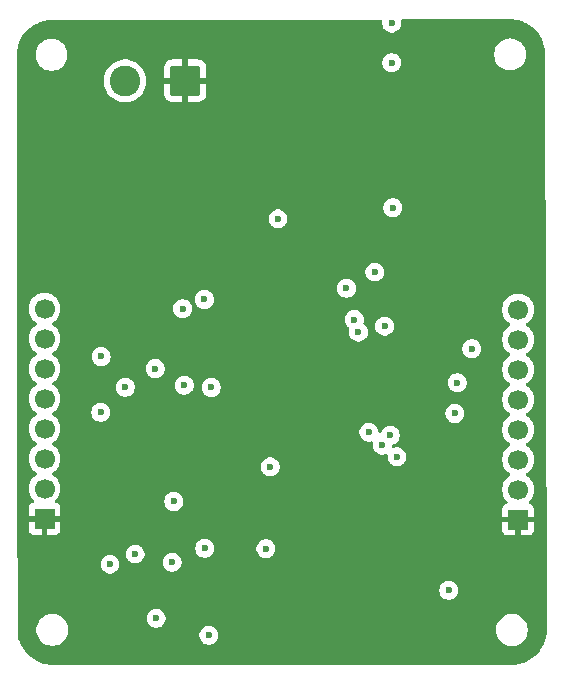
<source format=gbr>
G04 #@! TF.GenerationSoftware,KiCad,Pcbnew,9.0.5*
G04 #@! TF.CreationDate,2025-12-11T22:36:07+05:30*
G04 #@! TF.ProjectId,GPS_with_STM32,4750535f-7769-4746-985f-53544d33322e,rev?*
G04 #@! TF.SameCoordinates,Original*
G04 #@! TF.FileFunction,Copper,L2,Inr*
G04 #@! TF.FilePolarity,Positive*
%FSLAX46Y46*%
G04 Gerber Fmt 4.6, Leading zero omitted, Abs format (unit mm)*
G04 Created by KiCad (PCBNEW 9.0.5) date 2025-12-11 22:36:07*
%MOMM*%
%LPD*%
G01*
G04 APERTURE LIST*
G04 Aperture macros list*
%AMRoundRect*
0 Rectangle with rounded corners*
0 $1 Rounding radius*
0 $2 $3 $4 $5 $6 $7 $8 $9 X,Y pos of 4 corners*
0 Add a 4 corners polygon primitive as box body*
4,1,4,$2,$3,$4,$5,$6,$7,$8,$9,$2,$3,0*
0 Add four circle primitives for the rounded corners*
1,1,$1+$1,$2,$3*
1,1,$1+$1,$4,$5*
1,1,$1+$1,$6,$7*
1,1,$1+$1,$8,$9*
0 Add four rect primitives between the rounded corners*
20,1,$1+$1,$2,$3,$4,$5,0*
20,1,$1+$1,$4,$5,$6,$7,0*
20,1,$1+$1,$6,$7,$8,$9,0*
20,1,$1+$1,$8,$9,$2,$3,0*%
G04 Aperture macros list end*
G04 #@! TA.AperFunction,ComponentPad*
%ADD10R,1.700000X1.700000*%
G04 #@! TD*
G04 #@! TA.AperFunction,ComponentPad*
%ADD11C,1.700000*%
G04 #@! TD*
G04 #@! TA.AperFunction,ComponentPad*
%ADD12RoundRect,0.250000X1.050000X1.050000X-1.050000X1.050000X-1.050000X-1.050000X1.050000X-1.050000X0*%
G04 #@! TD*
G04 #@! TA.AperFunction,ComponentPad*
%ADD13C,2.600000*%
G04 #@! TD*
G04 #@! TA.AperFunction,ViaPad*
%ADD14C,0.600000*%
G04 #@! TD*
G04 APERTURE END LIST*
D10*
X96656505Y-77903590D03*
D11*
X96656505Y-75363590D03*
X96656505Y-72823590D03*
X96656505Y-70283590D03*
X96656505Y-67743590D03*
X96656505Y-65203590D03*
X96656505Y-62663590D03*
X96656505Y-60123590D03*
D12*
X68469646Y-40753531D03*
D13*
X63389646Y-40753531D03*
D10*
X56556455Y-77833363D03*
D11*
X56556455Y-75293363D03*
X56556455Y-72753363D03*
X56556455Y-70213363D03*
X56556455Y-67673363D03*
X56556455Y-65133363D03*
X56556455Y-62593363D03*
X56556455Y-60053363D03*
D14*
X76237500Y-76787500D03*
X78400000Y-42526031D03*
X84075000Y-48875000D03*
X72585486Y-81110225D03*
X81625000Y-76425000D03*
X93375000Y-43925000D03*
X65350000Y-62350000D03*
X66189673Y-76194968D03*
X67100000Y-66750000D03*
X77198378Y-69995796D03*
X90375000Y-66475000D03*
X78625000Y-66650000D03*
X90560335Y-54399891D03*
X78825000Y-76325000D03*
X77775000Y-85425000D03*
X68246637Y-60053363D03*
X76325000Y-52450000D03*
X86050000Y-51500000D03*
X66000000Y-86275000D03*
X68400000Y-66525000D03*
X75665925Y-73450000D03*
X90775601Y-83901187D03*
X65925000Y-65125000D03*
X63400000Y-66700000D03*
X67500000Y-76375000D03*
X70675000Y-66725000D03*
X70125000Y-80338247D03*
X64225000Y-80825000D03*
X62100000Y-81675000D03*
X67362500Y-81512500D03*
X86400000Y-72600000D03*
X85825000Y-70775000D03*
X70475000Y-87700000D03*
X75300000Y-80375000D03*
X61325000Y-68825000D03*
X61350000Y-64100000D03*
X92737500Y-63437500D03*
X91512500Y-66312500D03*
X85150000Y-71600000D03*
X85350000Y-61525000D03*
X84025000Y-70500000D03*
X83137500Y-62037500D03*
X91300000Y-68925000D03*
X84525000Y-56950000D03*
X85950000Y-39225000D03*
X85950037Y-35869403D03*
X82125000Y-58325000D03*
X82800000Y-60975000D03*
X70100000Y-59275000D03*
G04 #@! TA.AperFunction,Conductor*
G36*
X96003582Y-35550701D02*
G01*
X96323297Y-35568656D01*
X96337094Y-35570210D01*
X96649457Y-35623283D01*
X96663014Y-35626377D01*
X96967469Y-35714089D01*
X96980593Y-35718682D01*
X97273304Y-35839926D01*
X97285826Y-35845955D01*
X97563139Y-35999221D01*
X97574900Y-36006611D01*
X97833314Y-36189966D01*
X97844174Y-36198627D01*
X98080418Y-36409749D01*
X98090250Y-36419581D01*
X98301372Y-36655825D01*
X98310035Y-36666687D01*
X98493385Y-36925094D01*
X98500778Y-36936860D01*
X98654040Y-37214166D01*
X98660073Y-37226695D01*
X98781317Y-37519406D01*
X98785910Y-37532530D01*
X98873622Y-37836985D01*
X98876716Y-37850542D01*
X98929787Y-38162895D01*
X98931344Y-38176713D01*
X98934882Y-38239707D01*
X98948621Y-38484370D01*
X98949305Y-38496540D01*
X98949499Y-38503098D01*
X98949500Y-38503412D01*
X98949500Y-38565892D01*
X98949701Y-38566643D01*
X98949729Y-38575374D01*
X98949728Y-38575376D01*
X98949729Y-38575387D01*
X99099486Y-87229048D01*
X99099317Y-87235919D01*
X99083408Y-87539494D01*
X99082051Y-87552403D01*
X99034971Y-87849655D01*
X99032273Y-87862351D01*
X98954374Y-88153073D01*
X98950363Y-88165416D01*
X98842510Y-88446384D01*
X98837231Y-88458242D01*
X98700591Y-88726414D01*
X98694101Y-88737654D01*
X98530188Y-88990057D01*
X98522559Y-89000558D01*
X98333149Y-89234460D01*
X98324464Y-89244105D01*
X98111651Y-89456919D01*
X98102005Y-89465604D01*
X97868114Y-89655004D01*
X97857614Y-89662633D01*
X97605203Y-89826551D01*
X97593963Y-89833041D01*
X97325793Y-89969681D01*
X97313935Y-89974960D01*
X97032967Y-90082813D01*
X97020624Y-90086824D01*
X96729902Y-90164723D01*
X96717205Y-90167421D01*
X96419953Y-90214500D01*
X96407046Y-90215857D01*
X96103294Y-90231776D01*
X96096700Y-90231946D01*
X57207929Y-90199419D01*
X57200240Y-90199174D01*
X56882519Y-90179166D01*
X56868773Y-90177526D01*
X56558154Y-90122738D01*
X56544677Y-90119576D01*
X56242106Y-90030508D01*
X56229065Y-90025864D01*
X55938300Y-89903622D01*
X55925858Y-89897553D01*
X55650533Y-89743665D01*
X55638845Y-89736247D01*
X55382386Y-89552625D01*
X55371598Y-89543950D01*
X55137210Y-89332892D01*
X55127462Y-89323076D01*
X54918046Y-89087193D01*
X54909455Y-89076353D01*
X54727642Y-88818603D01*
X54720307Y-88806863D01*
X54568363Y-88530464D01*
X54562382Y-88517980D01*
X54481521Y-88321789D01*
X54442189Y-88226361D01*
X54437643Y-88213307D01*
X54350698Y-87910082D01*
X54347638Y-87896610D01*
X54295036Y-87585599D01*
X54293494Y-87571844D01*
X54293459Y-87571213D01*
X54275692Y-87253425D01*
X54275500Y-87246657D01*
X54275500Y-87184108D01*
X54275431Y-87183854D01*
X54275386Y-87139829D01*
X55867177Y-87139829D01*
X55867177Y-87352402D01*
X55900430Y-87562355D01*
X55900430Y-87562357D01*
X55900431Y-87562359D01*
X55919534Y-87621153D01*
X55966121Y-87764530D01*
X56062628Y-87953936D01*
X56187567Y-88125902D01*
X56337890Y-88276225D01*
X56509856Y-88401164D01*
X56509858Y-88401165D01*
X56509861Y-88401167D01*
X56699265Y-88497673D01*
X56901434Y-88563362D01*
X57111390Y-88596616D01*
X57111391Y-88596616D01*
X57323963Y-88596616D01*
X57323964Y-88596616D01*
X57533920Y-88563362D01*
X57736089Y-88497673D01*
X57925493Y-88401167D01*
X57947466Y-88385202D01*
X58097463Y-88276225D01*
X58097465Y-88276222D01*
X58097469Y-88276220D01*
X58247781Y-88125908D01*
X58247783Y-88125904D01*
X58247786Y-88125902D01*
X58372725Y-87953936D01*
X58372724Y-87953936D01*
X58372728Y-87953932D01*
X58469234Y-87764528D01*
X58515820Y-87621153D01*
X69674500Y-87621153D01*
X69674500Y-87778846D01*
X69705261Y-87933489D01*
X69705264Y-87933501D01*
X69765602Y-88079172D01*
X69765609Y-88079185D01*
X69853210Y-88210288D01*
X69853213Y-88210292D01*
X69964707Y-88321786D01*
X69964711Y-88321789D01*
X70095814Y-88409390D01*
X70095827Y-88409397D01*
X70213751Y-88458242D01*
X70241503Y-88469737D01*
X70381936Y-88497671D01*
X70396153Y-88500499D01*
X70396156Y-88500500D01*
X70396158Y-88500500D01*
X70553844Y-88500500D01*
X70553845Y-88500499D01*
X70708497Y-88469737D01*
X70821166Y-88423067D01*
X70854172Y-88409397D01*
X70854172Y-88409396D01*
X70854179Y-88409394D01*
X70985289Y-88321789D01*
X71096789Y-88210289D01*
X71184394Y-88079179D01*
X71244737Y-87933497D01*
X71275500Y-87778842D01*
X71275500Y-87621158D01*
X71275500Y-87621155D01*
X71275499Y-87621153D01*
X71244738Y-87466510D01*
X71244737Y-87466503D01*
X71197476Y-87352403D01*
X71184397Y-87320827D01*
X71184390Y-87320814D01*
X71112152Y-87212702D01*
X71112151Y-87212701D01*
X71096791Y-87189713D01*
X71096786Y-87189707D01*
X71055762Y-87148683D01*
X94778098Y-87148683D01*
X94778098Y-87361256D01*
X94809949Y-87562359D01*
X94811352Y-87571213D01*
X94827580Y-87621158D01*
X94877042Y-87773384D01*
X94973549Y-87962790D01*
X95098488Y-88134756D01*
X95248811Y-88285079D01*
X95420777Y-88410018D01*
X95420779Y-88410019D01*
X95420782Y-88410021D01*
X95610186Y-88506527D01*
X95812355Y-88572216D01*
X96022311Y-88605470D01*
X96022312Y-88605470D01*
X96234884Y-88605470D01*
X96234885Y-88605470D01*
X96444841Y-88572216D01*
X96647010Y-88506527D01*
X96836414Y-88410021D01*
X96957860Y-88321786D01*
X97008384Y-88285079D01*
X97008386Y-88285076D01*
X97008390Y-88285074D01*
X97158702Y-88134762D01*
X97158704Y-88134758D01*
X97158707Y-88134756D01*
X97283646Y-87962790D01*
X97283645Y-87962790D01*
X97283649Y-87962786D01*
X97380155Y-87773382D01*
X97445844Y-87571213D01*
X97479098Y-87361257D01*
X97479098Y-87148683D01*
X97445844Y-86938727D01*
X97380155Y-86736558D01*
X97283649Y-86547154D01*
X97283647Y-86547151D01*
X97283646Y-86547149D01*
X97158707Y-86375183D01*
X97008384Y-86224860D01*
X96836418Y-86099921D01*
X96647012Y-86003414D01*
X96647011Y-86003413D01*
X96647010Y-86003413D01*
X96444841Y-85937724D01*
X96444839Y-85937723D01*
X96444838Y-85937723D01*
X96283555Y-85912178D01*
X96234885Y-85904470D01*
X96022311Y-85904470D01*
X95973640Y-85912178D01*
X95812358Y-85937723D01*
X95610183Y-86003414D01*
X95420777Y-86099921D01*
X95248811Y-86224860D01*
X95098488Y-86375183D01*
X94973549Y-86547149D01*
X94877042Y-86736555D01*
X94811351Y-86938730D01*
X94778098Y-87148683D01*
X71055762Y-87148683D01*
X70985292Y-87078213D01*
X70985288Y-87078210D01*
X70854185Y-86990609D01*
X70854172Y-86990602D01*
X70708501Y-86930264D01*
X70708489Y-86930261D01*
X70553845Y-86899500D01*
X70553842Y-86899500D01*
X70396158Y-86899500D01*
X70396155Y-86899500D01*
X70241510Y-86930261D01*
X70241498Y-86930264D01*
X70095827Y-86990602D01*
X70095814Y-86990609D01*
X69964711Y-87078210D01*
X69964707Y-87078213D01*
X69853213Y-87189707D01*
X69853210Y-87189711D01*
X69765609Y-87320814D01*
X69765602Y-87320827D01*
X69705264Y-87466498D01*
X69705261Y-87466510D01*
X69674500Y-87621153D01*
X58515820Y-87621153D01*
X58534923Y-87562359D01*
X58568177Y-87352403D01*
X58568177Y-87139829D01*
X58534923Y-86929873D01*
X58469234Y-86727704D01*
X58372728Y-86538300D01*
X58372726Y-86538297D01*
X58372725Y-86538295D01*
X58247786Y-86366329D01*
X58097463Y-86216006D01*
X58070137Y-86196153D01*
X65199500Y-86196153D01*
X65199500Y-86353846D01*
X65230261Y-86508489D01*
X65230264Y-86508501D01*
X65290602Y-86654172D01*
X65290609Y-86654185D01*
X65378210Y-86785288D01*
X65378213Y-86785292D01*
X65489707Y-86896786D01*
X65489711Y-86896789D01*
X65620814Y-86984390D01*
X65620827Y-86984397D01*
X65766498Y-87044735D01*
X65766503Y-87044737D01*
X65921153Y-87075499D01*
X65921156Y-87075500D01*
X65921158Y-87075500D01*
X66078844Y-87075500D01*
X66078845Y-87075499D01*
X66233497Y-87044737D01*
X66364182Y-86990606D01*
X66379172Y-86984397D01*
X66379172Y-86984396D01*
X66379179Y-86984394D01*
X66510289Y-86896789D01*
X66621789Y-86785289D01*
X66709394Y-86654179D01*
X66769737Y-86508497D01*
X66800500Y-86353842D01*
X66800500Y-86196158D01*
X66800500Y-86196155D01*
X66800499Y-86196153D01*
X66781357Y-86099921D01*
X66769737Y-86041503D01*
X66750293Y-85994560D01*
X66709397Y-85895827D01*
X66709390Y-85895814D01*
X66621789Y-85764711D01*
X66621786Y-85764707D01*
X66510292Y-85653213D01*
X66510288Y-85653210D01*
X66379185Y-85565609D01*
X66379172Y-85565602D01*
X66233501Y-85505264D01*
X66233489Y-85505261D01*
X66078845Y-85474500D01*
X66078842Y-85474500D01*
X65921158Y-85474500D01*
X65921155Y-85474500D01*
X65766510Y-85505261D01*
X65766498Y-85505264D01*
X65620827Y-85565602D01*
X65620814Y-85565609D01*
X65489711Y-85653210D01*
X65489707Y-85653213D01*
X65378213Y-85764707D01*
X65378210Y-85764711D01*
X65290609Y-85895814D01*
X65290602Y-85895827D01*
X65230264Y-86041498D01*
X65230261Y-86041510D01*
X65199500Y-86196153D01*
X58070137Y-86196153D01*
X57925497Y-86091067D01*
X57736091Y-85994560D01*
X57736090Y-85994559D01*
X57736089Y-85994559D01*
X57533920Y-85928870D01*
X57533918Y-85928869D01*
X57533917Y-85928869D01*
X57372634Y-85903324D01*
X57323964Y-85895616D01*
X57111390Y-85895616D01*
X57062719Y-85903324D01*
X56901437Y-85928869D01*
X56699262Y-85994560D01*
X56509856Y-86091067D01*
X56337890Y-86216006D01*
X56187567Y-86366329D01*
X56062628Y-86538295D01*
X55966121Y-86727701D01*
X55900430Y-86929876D01*
X55867177Y-87139829D01*
X54275386Y-87139829D01*
X54274579Y-86353842D01*
X54271980Y-83822340D01*
X89975101Y-83822340D01*
X89975101Y-83980033D01*
X90005862Y-84134676D01*
X90005865Y-84134688D01*
X90066203Y-84280359D01*
X90066210Y-84280372D01*
X90153811Y-84411475D01*
X90153814Y-84411479D01*
X90265308Y-84522973D01*
X90265312Y-84522976D01*
X90396415Y-84610577D01*
X90396428Y-84610584D01*
X90542099Y-84670922D01*
X90542104Y-84670924D01*
X90696754Y-84701686D01*
X90696757Y-84701687D01*
X90696759Y-84701687D01*
X90854445Y-84701687D01*
X90854446Y-84701686D01*
X91009098Y-84670924D01*
X91154780Y-84610581D01*
X91285890Y-84522976D01*
X91397390Y-84411476D01*
X91484995Y-84280366D01*
X91545338Y-84134684D01*
X91576101Y-83980029D01*
X91576101Y-83822345D01*
X91576101Y-83822342D01*
X91576100Y-83822340D01*
X91545339Y-83667697D01*
X91545338Y-83667690D01*
X91545336Y-83667685D01*
X91484998Y-83522014D01*
X91484991Y-83522001D01*
X91397390Y-83390898D01*
X91397387Y-83390894D01*
X91285893Y-83279400D01*
X91285889Y-83279397D01*
X91154786Y-83191796D01*
X91154773Y-83191789D01*
X91009102Y-83131451D01*
X91009090Y-83131448D01*
X90854446Y-83100687D01*
X90854443Y-83100687D01*
X90696759Y-83100687D01*
X90696756Y-83100687D01*
X90542111Y-83131448D01*
X90542099Y-83131451D01*
X90396428Y-83191789D01*
X90396415Y-83191796D01*
X90265312Y-83279397D01*
X90265308Y-83279400D01*
X90153814Y-83390894D01*
X90153811Y-83390898D01*
X90066210Y-83522001D01*
X90066203Y-83522014D01*
X90005865Y-83667685D01*
X90005862Y-83667697D01*
X89975101Y-83822340D01*
X54271980Y-83822340D01*
X54271974Y-83816380D01*
X54270247Y-82134286D01*
X54269695Y-81596153D01*
X61299500Y-81596153D01*
X61299500Y-81753846D01*
X61330261Y-81908489D01*
X61330264Y-81908501D01*
X61390602Y-82054172D01*
X61390609Y-82054185D01*
X61478210Y-82185288D01*
X61478213Y-82185292D01*
X61589707Y-82296786D01*
X61589711Y-82296789D01*
X61720814Y-82384390D01*
X61720827Y-82384397D01*
X61866498Y-82444735D01*
X61866503Y-82444737D01*
X62021153Y-82475499D01*
X62021156Y-82475500D01*
X62021158Y-82475500D01*
X62178844Y-82475500D01*
X62178845Y-82475499D01*
X62333497Y-82444737D01*
X62479179Y-82384394D01*
X62610289Y-82296789D01*
X62721789Y-82185289D01*
X62809394Y-82054179D01*
X62869737Y-81908497D01*
X62900500Y-81753842D01*
X62900500Y-81596158D01*
X62900500Y-81596155D01*
X62900499Y-81596153D01*
X62870788Y-81446789D01*
X62869737Y-81441503D01*
X62866486Y-81433655D01*
X62809397Y-81295827D01*
X62809390Y-81295814D01*
X62721789Y-81164711D01*
X62721786Y-81164707D01*
X62610292Y-81053213D01*
X62610288Y-81053210D01*
X62479185Y-80965609D01*
X62479172Y-80965602D01*
X62333501Y-80905264D01*
X62333489Y-80905261D01*
X62178845Y-80874500D01*
X62178842Y-80874500D01*
X62021158Y-80874500D01*
X62021155Y-80874500D01*
X61866510Y-80905261D01*
X61866498Y-80905264D01*
X61720827Y-80965602D01*
X61720814Y-80965609D01*
X61589711Y-81053210D01*
X61589707Y-81053213D01*
X61478213Y-81164707D01*
X61478210Y-81164711D01*
X61390609Y-81295814D01*
X61390602Y-81295827D01*
X61330264Y-81441498D01*
X61330261Y-81441510D01*
X61299500Y-81596153D01*
X54269695Y-81596153D01*
X54268822Y-80746153D01*
X63424500Y-80746153D01*
X63424500Y-80903846D01*
X63455261Y-81058489D01*
X63455264Y-81058501D01*
X63515602Y-81204172D01*
X63515609Y-81204185D01*
X63603210Y-81335288D01*
X63603213Y-81335292D01*
X63714707Y-81446786D01*
X63714711Y-81446789D01*
X63845814Y-81534390D01*
X63845827Y-81534397D01*
X63983316Y-81591346D01*
X63991503Y-81594737D01*
X64146153Y-81625499D01*
X64146156Y-81625500D01*
X64146158Y-81625500D01*
X64303844Y-81625500D01*
X64303845Y-81625499D01*
X64458497Y-81594737D01*
X64604179Y-81534394D01*
X64735289Y-81446789D01*
X64748425Y-81433653D01*
X66562000Y-81433653D01*
X66562000Y-81591346D01*
X66592761Y-81745989D01*
X66592764Y-81746001D01*
X66653102Y-81891672D01*
X66653109Y-81891685D01*
X66740710Y-82022788D01*
X66740713Y-82022792D01*
X66852207Y-82134286D01*
X66852211Y-82134289D01*
X66983314Y-82221890D01*
X66983327Y-82221897D01*
X67128998Y-82282235D01*
X67129003Y-82282237D01*
X67283653Y-82312999D01*
X67283656Y-82313000D01*
X67283658Y-82313000D01*
X67441344Y-82313000D01*
X67441345Y-82312999D01*
X67595997Y-82282237D01*
X67741679Y-82221894D01*
X67872789Y-82134289D01*
X67984289Y-82022789D01*
X68071894Y-81891679D01*
X68132237Y-81745997D01*
X68163000Y-81591342D01*
X68163000Y-81433658D01*
X68163000Y-81433655D01*
X68162999Y-81433653D01*
X68144347Y-81339885D01*
X68132237Y-81279003D01*
X68101244Y-81204179D01*
X68071897Y-81133327D01*
X68071890Y-81133314D01*
X67984289Y-81002211D01*
X67984286Y-81002207D01*
X67872792Y-80890713D01*
X67872788Y-80890710D01*
X67741685Y-80803109D01*
X67741672Y-80803102D01*
X67596001Y-80742764D01*
X67595989Y-80742761D01*
X67441345Y-80712000D01*
X67441342Y-80712000D01*
X67283658Y-80712000D01*
X67283655Y-80712000D01*
X67129010Y-80742761D01*
X67128998Y-80742764D01*
X66983327Y-80803102D01*
X66983314Y-80803109D01*
X66852211Y-80890710D01*
X66852207Y-80890713D01*
X66740713Y-81002207D01*
X66740710Y-81002211D01*
X66653109Y-81133314D01*
X66653102Y-81133327D01*
X66592764Y-81278998D01*
X66592761Y-81279010D01*
X66562000Y-81433653D01*
X64748425Y-81433653D01*
X64842194Y-81339885D01*
X64846786Y-81335292D01*
X64846789Y-81335289D01*
X64934394Y-81204179D01*
X64994737Y-81058497D01*
X65025500Y-80903842D01*
X65025500Y-80746158D01*
X65025500Y-80746155D01*
X65025499Y-80746153D01*
X65019783Y-80717419D01*
X64994737Y-80591503D01*
X64986549Y-80571736D01*
X64934397Y-80445827D01*
X64934390Y-80445814D01*
X64851796Y-80322204D01*
X64846789Y-80314711D01*
X64846786Y-80314707D01*
X64791479Y-80259400D01*
X69324500Y-80259400D01*
X69324500Y-80417093D01*
X69355261Y-80571736D01*
X69355264Y-80571748D01*
X69415602Y-80717419D01*
X69415609Y-80717432D01*
X69503210Y-80848535D01*
X69503213Y-80848539D01*
X69614707Y-80960033D01*
X69614711Y-80960036D01*
X69745814Y-81047637D01*
X69745827Y-81047644D01*
X69891498Y-81107982D01*
X69891503Y-81107984D01*
X70018845Y-81133314D01*
X70046153Y-81138746D01*
X70046156Y-81138747D01*
X70046158Y-81138747D01*
X70203844Y-81138747D01*
X70203845Y-81138746D01*
X70358497Y-81107984D01*
X70504179Y-81047641D01*
X70635289Y-80960036D01*
X70746789Y-80848536D01*
X70834394Y-80717426D01*
X70894737Y-80571744D01*
X70925500Y-80417089D01*
X70925500Y-80296153D01*
X74499500Y-80296153D01*
X74499500Y-80453846D01*
X74530261Y-80608489D01*
X74530264Y-80608501D01*
X74590602Y-80754172D01*
X74590609Y-80754185D01*
X74678210Y-80885288D01*
X74678213Y-80885292D01*
X74789707Y-80996786D01*
X74789711Y-80996789D01*
X74920814Y-81084390D01*
X74920827Y-81084397D01*
X75066498Y-81144735D01*
X75066503Y-81144737D01*
X75221153Y-81175499D01*
X75221156Y-81175500D01*
X75221158Y-81175500D01*
X75378844Y-81175500D01*
X75378845Y-81175499D01*
X75533497Y-81144737D01*
X75679179Y-81084394D01*
X75810289Y-80996789D01*
X75921789Y-80885289D01*
X76009394Y-80754179D01*
X76012719Y-80746153D01*
X76069735Y-80608501D01*
X76069737Y-80608497D01*
X76100500Y-80453842D01*
X76100500Y-80296158D01*
X76100500Y-80296155D01*
X76100499Y-80296153D01*
X76082012Y-80203213D01*
X76069737Y-80141503D01*
X76069735Y-80141498D01*
X76009397Y-79995827D01*
X76009390Y-79995814D01*
X75921789Y-79864711D01*
X75921786Y-79864707D01*
X75810292Y-79753213D01*
X75810288Y-79753210D01*
X75679185Y-79665609D01*
X75679172Y-79665602D01*
X75533501Y-79605264D01*
X75533489Y-79605261D01*
X75378845Y-79574500D01*
X75378842Y-79574500D01*
X75221158Y-79574500D01*
X75221155Y-79574500D01*
X75066510Y-79605261D01*
X75066498Y-79605264D01*
X74920827Y-79665602D01*
X74920814Y-79665609D01*
X74789711Y-79753210D01*
X74789707Y-79753213D01*
X74678213Y-79864707D01*
X74678210Y-79864711D01*
X74590609Y-79995814D01*
X74590602Y-79995827D01*
X74530264Y-80141498D01*
X74530261Y-80141510D01*
X74499500Y-80296153D01*
X70925500Y-80296153D01*
X70925500Y-80259405D01*
X70925500Y-80259402D01*
X70925499Y-80259400D01*
X70894737Y-80104750D01*
X70894735Y-80104745D01*
X70834397Y-79959074D01*
X70834390Y-79959061D01*
X70746789Y-79827958D01*
X70746786Y-79827954D01*
X70635292Y-79716460D01*
X70635288Y-79716457D01*
X70504185Y-79628856D01*
X70504172Y-79628849D01*
X70358501Y-79568511D01*
X70358489Y-79568508D01*
X70203845Y-79537747D01*
X70203842Y-79537747D01*
X70046158Y-79537747D01*
X70046155Y-79537747D01*
X69891510Y-79568508D01*
X69891498Y-79568511D01*
X69745827Y-79628849D01*
X69745814Y-79628856D01*
X69614711Y-79716457D01*
X69614707Y-79716460D01*
X69503213Y-79827954D01*
X69503210Y-79827958D01*
X69415609Y-79959061D01*
X69415602Y-79959074D01*
X69355264Y-80104745D01*
X69355261Y-80104757D01*
X69324500Y-80259400D01*
X64791479Y-80259400D01*
X64735292Y-80203213D01*
X64735288Y-80203210D01*
X64604185Y-80115609D01*
X64604172Y-80115602D01*
X64458501Y-80055264D01*
X64458489Y-80055261D01*
X64303845Y-80024500D01*
X64303842Y-80024500D01*
X64146158Y-80024500D01*
X64146155Y-80024500D01*
X63991510Y-80055261D01*
X63991498Y-80055264D01*
X63845827Y-80115602D01*
X63845814Y-80115609D01*
X63714711Y-80203210D01*
X63714707Y-80203213D01*
X63603213Y-80314707D01*
X63603210Y-80314711D01*
X63515609Y-80445814D01*
X63515602Y-80445827D01*
X63455264Y-80591498D01*
X63455261Y-80591510D01*
X63424500Y-80746153D01*
X54268822Y-80746153D01*
X54247468Y-59947076D01*
X55205955Y-59947076D01*
X55205955Y-60159649D01*
X55236612Y-60353213D01*
X55239209Y-60369606D01*
X55302258Y-60563651D01*
X55304899Y-60571777D01*
X55401406Y-60761183D01*
X55526345Y-60933149D01*
X55676668Y-61083472D01*
X55848637Y-61208413D01*
X55857401Y-61212879D01*
X55908197Y-61260854D01*
X55924991Y-61328675D01*
X55902453Y-61394810D01*
X55857401Y-61433847D01*
X55848637Y-61438312D01*
X55676668Y-61563253D01*
X55526345Y-61713576D01*
X55401406Y-61885542D01*
X55304899Y-62074948D01*
X55239208Y-62277123D01*
X55217106Y-62416672D01*
X55205955Y-62487076D01*
X55205955Y-62699650D01*
X55213437Y-62746890D01*
X55227867Y-62838000D01*
X55239209Y-62909606D01*
X55287527Y-63058314D01*
X55304899Y-63111777D01*
X55401406Y-63301183D01*
X55526345Y-63473149D01*
X55676668Y-63623472D01*
X55848637Y-63748413D01*
X55857401Y-63752879D01*
X55908197Y-63800854D01*
X55924991Y-63868675D01*
X55902453Y-63934810D01*
X55857401Y-63973847D01*
X55848637Y-63978312D01*
X55676668Y-64103253D01*
X55526345Y-64253576D01*
X55401406Y-64425542D01*
X55304899Y-64614948D01*
X55239208Y-64817123D01*
X55205955Y-65027076D01*
X55205955Y-65239650D01*
X55239209Y-65449606D01*
X55299542Y-65635292D01*
X55304899Y-65651777D01*
X55401406Y-65841183D01*
X55526345Y-66013149D01*
X55676668Y-66163472D01*
X55848637Y-66288413D01*
X55857401Y-66292879D01*
X55908197Y-66340854D01*
X55924991Y-66408675D01*
X55902453Y-66474810D01*
X55857401Y-66513847D01*
X55848637Y-66518312D01*
X55676668Y-66643253D01*
X55526345Y-66793576D01*
X55401406Y-66965542D01*
X55304899Y-67154948D01*
X55239208Y-67357123D01*
X55226970Y-67434394D01*
X55205955Y-67567076D01*
X55205955Y-67779650D01*
X55239209Y-67989606D01*
X55293034Y-68155263D01*
X55304899Y-68191777D01*
X55401406Y-68381183D01*
X55526345Y-68553149D01*
X55676668Y-68703472D01*
X55848637Y-68828413D01*
X55857401Y-68832879D01*
X55908197Y-68880854D01*
X55924991Y-68948675D01*
X55902453Y-69014810D01*
X55857401Y-69053847D01*
X55848637Y-69058312D01*
X55676668Y-69183253D01*
X55526345Y-69333576D01*
X55401406Y-69505542D01*
X55304899Y-69694948D01*
X55239208Y-69897123D01*
X55212524Y-70065602D01*
X55205955Y-70107076D01*
X55205955Y-70319650D01*
X55239209Y-70529606D01*
X55293325Y-70696158D01*
X55304899Y-70731777D01*
X55401406Y-70921183D01*
X55526345Y-71093149D01*
X55676668Y-71243472D01*
X55848637Y-71368413D01*
X55857401Y-71372879D01*
X55908197Y-71420854D01*
X55924991Y-71488675D01*
X55902453Y-71554810D01*
X55857401Y-71593847D01*
X55848637Y-71598312D01*
X55676668Y-71723253D01*
X55526345Y-71873576D01*
X55401406Y-72045542D01*
X55304899Y-72234948D01*
X55239208Y-72437123D01*
X55205955Y-72647076D01*
X55205955Y-72859649D01*
X55224887Y-72979185D01*
X55239209Y-73069606D01*
X55288656Y-73221789D01*
X55304899Y-73271777D01*
X55401406Y-73461183D01*
X55526345Y-73633149D01*
X55676668Y-73783472D01*
X55848637Y-73908413D01*
X55857401Y-73912879D01*
X55908197Y-73960854D01*
X55924991Y-74028675D01*
X55902453Y-74094810D01*
X55857401Y-74133847D01*
X55848637Y-74138312D01*
X55676668Y-74263253D01*
X55526345Y-74413576D01*
X55401406Y-74585542D01*
X55304899Y-74774948D01*
X55239208Y-74977123D01*
X55205955Y-75187076D01*
X55205955Y-75399649D01*
X55238520Y-75605261D01*
X55239209Y-75609606D01*
X55285869Y-75753211D01*
X55304899Y-75811777D01*
X55401406Y-76001183D01*
X55526345Y-76173149D01*
X55640273Y-76287077D01*
X55673758Y-76348400D01*
X55668774Y-76418092D01*
X55626902Y-76474025D01*
X55595926Y-76490940D01*
X55464367Y-76540009D01*
X55464361Y-76540012D01*
X55349267Y-76626172D01*
X55349264Y-76626175D01*
X55263104Y-76741269D01*
X55263100Y-76741276D01*
X55212858Y-76875983D01*
X55212856Y-76875990D01*
X55206455Y-76935518D01*
X55206455Y-77583363D01*
X56123443Y-77583363D01*
X56090530Y-77640370D01*
X56056455Y-77767537D01*
X56056455Y-77899189D01*
X56090530Y-78026356D01*
X56123443Y-78083363D01*
X55206455Y-78083363D01*
X55206455Y-78731207D01*
X55212856Y-78790735D01*
X55212858Y-78790742D01*
X55263100Y-78925449D01*
X55263104Y-78925456D01*
X55349264Y-79040550D01*
X55349267Y-79040553D01*
X55464361Y-79126713D01*
X55464368Y-79126717D01*
X55599075Y-79176959D01*
X55599082Y-79176961D01*
X55658610Y-79183362D01*
X55658627Y-79183363D01*
X56306455Y-79183363D01*
X56306455Y-78266375D01*
X56363462Y-78299288D01*
X56490629Y-78333363D01*
X56622281Y-78333363D01*
X56749448Y-78299288D01*
X56806455Y-78266375D01*
X56806455Y-79183363D01*
X57454283Y-79183363D01*
X57454299Y-79183362D01*
X57513827Y-79176961D01*
X57513834Y-79176959D01*
X57648541Y-79126717D01*
X57648548Y-79126713D01*
X57763642Y-79040553D01*
X57763645Y-79040550D01*
X57849805Y-78925456D01*
X57849809Y-78925449D01*
X57900051Y-78790742D01*
X57900053Y-78790735D01*
X57906454Y-78731207D01*
X57906455Y-78731190D01*
X57906455Y-78083363D01*
X56989467Y-78083363D01*
X57022380Y-78026356D01*
X57056455Y-77899189D01*
X57056455Y-77767537D01*
X57022380Y-77640370D01*
X56989467Y-77583363D01*
X57906455Y-77583363D01*
X57906455Y-76935535D01*
X57906454Y-76935518D01*
X57900053Y-76875990D01*
X57900051Y-76875983D01*
X57849809Y-76741276D01*
X57849805Y-76741269D01*
X57763645Y-76626175D01*
X57763642Y-76626172D01*
X57648548Y-76540012D01*
X57648543Y-76540009D01*
X57516983Y-76490940D01*
X57513482Y-76488319D01*
X57461049Y-76449068D01*
X57436633Y-76383603D01*
X57451485Y-76315330D01*
X57465840Y-76296153D01*
X66699500Y-76296153D01*
X66699500Y-76453846D01*
X66730261Y-76608489D01*
X66730264Y-76608501D01*
X66790602Y-76754172D01*
X66790609Y-76754185D01*
X66878210Y-76885288D01*
X66878213Y-76885292D01*
X66989707Y-76996786D01*
X66989711Y-76996789D01*
X67120814Y-77084390D01*
X67120827Y-77084397D01*
X67266498Y-77144735D01*
X67266503Y-77144737D01*
X67421153Y-77175499D01*
X67421156Y-77175500D01*
X67421158Y-77175500D01*
X67578844Y-77175500D01*
X67578845Y-77175499D01*
X67733497Y-77144737D01*
X67879179Y-77084394D01*
X68010289Y-76996789D01*
X68121789Y-76885289D01*
X68209394Y-76754179D01*
X68214742Y-76741269D01*
X68255088Y-76643863D01*
X68269737Y-76608497D01*
X68300500Y-76453842D01*
X68300500Y-76296158D01*
X68300500Y-76296155D01*
X68300499Y-76296153D01*
X68290001Y-76243376D01*
X68269737Y-76141503D01*
X68211615Y-76001183D01*
X68209397Y-75995827D01*
X68209390Y-75995814D01*
X68121789Y-75864711D01*
X68121786Y-75864707D01*
X68010292Y-75753213D01*
X68010288Y-75753210D01*
X67879185Y-75665609D01*
X67879172Y-75665602D01*
X67733501Y-75605264D01*
X67733489Y-75605261D01*
X67578845Y-75574500D01*
X67578842Y-75574500D01*
X67421158Y-75574500D01*
X67421155Y-75574500D01*
X67266510Y-75605261D01*
X67266498Y-75605264D01*
X67120827Y-75665602D01*
X67120814Y-75665609D01*
X66989711Y-75753210D01*
X66989707Y-75753213D01*
X66878213Y-75864707D01*
X66878210Y-75864711D01*
X66790609Y-75995814D01*
X66790602Y-75995827D01*
X66730264Y-76141498D01*
X66730261Y-76141510D01*
X66699500Y-76296153D01*
X57465840Y-76296153D01*
X57472630Y-76287083D01*
X57586559Y-76173155D01*
X57586561Y-76173151D01*
X57586564Y-76173149D01*
X57711503Y-76001183D01*
X57711502Y-76001183D01*
X57711506Y-76001179D01*
X57808012Y-75811775D01*
X57873701Y-75609606D01*
X57906955Y-75399650D01*
X57906955Y-75187076D01*
X57873701Y-74977120D01*
X57808012Y-74774951D01*
X57711506Y-74585547D01*
X57711504Y-74585544D01*
X57711503Y-74585542D01*
X57586564Y-74413576D01*
X57436241Y-74263253D01*
X57264275Y-74138314D01*
X57263570Y-74137954D01*
X57255509Y-74133848D01*
X57204714Y-74085875D01*
X57187918Y-74018055D01*
X57210454Y-73951919D01*
X57255509Y-73912878D01*
X57264271Y-73908414D01*
X57286244Y-73892449D01*
X57436241Y-73783472D01*
X57436243Y-73783469D01*
X57436247Y-73783467D01*
X57586559Y-73633155D01*
X57586561Y-73633151D01*
X57586564Y-73633149D01*
X57641354Y-73557734D01*
X57711506Y-73461179D01*
X57757377Y-73371153D01*
X74865425Y-73371153D01*
X74865425Y-73528846D01*
X74896186Y-73683489D01*
X74896189Y-73683501D01*
X74956527Y-73829172D01*
X74956534Y-73829185D01*
X75044135Y-73960288D01*
X75044138Y-73960292D01*
X75155632Y-74071786D01*
X75155636Y-74071789D01*
X75286739Y-74159390D01*
X75286752Y-74159397D01*
X75405393Y-74208539D01*
X75432428Y-74219737D01*
X75587078Y-74250499D01*
X75587081Y-74250500D01*
X75587083Y-74250500D01*
X75744769Y-74250500D01*
X75744770Y-74250499D01*
X75899422Y-74219737D01*
X76012091Y-74173067D01*
X76045097Y-74159397D01*
X76045097Y-74159396D01*
X76045104Y-74159394D01*
X76176214Y-74071789D01*
X76287714Y-73960289D01*
X76375319Y-73829179D01*
X76435662Y-73683497D01*
X76466425Y-73528842D01*
X76466425Y-73371158D01*
X76466425Y-73371155D01*
X76466424Y-73371153D01*
X76436713Y-73221789D01*
X76435662Y-73216503D01*
X76435660Y-73216498D01*
X76375322Y-73070827D01*
X76375315Y-73070814D01*
X76287714Y-72939711D01*
X76287711Y-72939707D01*
X76176217Y-72828213D01*
X76176213Y-72828210D01*
X76045110Y-72740609D01*
X76045097Y-72740602D01*
X75899426Y-72680264D01*
X75899414Y-72680261D01*
X75744770Y-72649500D01*
X75744767Y-72649500D01*
X75587083Y-72649500D01*
X75587080Y-72649500D01*
X75432435Y-72680261D01*
X75432423Y-72680264D01*
X75286752Y-72740602D01*
X75286739Y-72740609D01*
X75155636Y-72828210D01*
X75155632Y-72828213D01*
X75044138Y-72939707D01*
X75044135Y-72939711D01*
X74956534Y-73070814D01*
X74956527Y-73070827D01*
X74896189Y-73216498D01*
X74896186Y-73216510D01*
X74865425Y-73371153D01*
X57757377Y-73371153D01*
X57788843Y-73309397D01*
X57789162Y-73308771D01*
X57789163Y-73308769D01*
X57808009Y-73271780D01*
X57808012Y-73271775D01*
X57873701Y-73069606D01*
X57906955Y-72859650D01*
X57906955Y-72647076D01*
X57873701Y-72437120D01*
X57808012Y-72234951D01*
X57711506Y-72045547D01*
X57711504Y-72045544D01*
X57711503Y-72045542D01*
X57586564Y-71873576D01*
X57436241Y-71723253D01*
X57264275Y-71598314D01*
X57263570Y-71597954D01*
X57255509Y-71593848D01*
X57204714Y-71545875D01*
X57187918Y-71478055D01*
X57210454Y-71411919D01*
X57255509Y-71372878D01*
X57264271Y-71368414D01*
X57286244Y-71352449D01*
X57436241Y-71243472D01*
X57436243Y-71243469D01*
X57436247Y-71243467D01*
X57586559Y-71093155D01*
X57586561Y-71093151D01*
X57586564Y-71093149D01*
X57711503Y-70921183D01*
X57711502Y-70921183D01*
X57711506Y-70921179D01*
X57808012Y-70731775D01*
X57873701Y-70529606D01*
X57890878Y-70421153D01*
X83224500Y-70421153D01*
X83224500Y-70578846D01*
X83255261Y-70733489D01*
X83255264Y-70733501D01*
X83315602Y-70879172D01*
X83315609Y-70879185D01*
X83403210Y-71010288D01*
X83403213Y-71010292D01*
X83514707Y-71121786D01*
X83514711Y-71121789D01*
X83645814Y-71209390D01*
X83645827Y-71209397D01*
X83728093Y-71243472D01*
X83791503Y-71269737D01*
X83946153Y-71300499D01*
X83946156Y-71300500D01*
X83946158Y-71300500D01*
X84103844Y-71300500D01*
X84192001Y-71282964D01*
X84223305Y-71276737D01*
X84292897Y-71282964D01*
X84348074Y-71325827D01*
X84371319Y-71391716D01*
X84369115Y-71422544D01*
X84349500Y-71521158D01*
X84349500Y-71678846D01*
X84380261Y-71833489D01*
X84380264Y-71833501D01*
X84440602Y-71979172D01*
X84440609Y-71979185D01*
X84528210Y-72110288D01*
X84528213Y-72110292D01*
X84639707Y-72221786D01*
X84639711Y-72221789D01*
X84770814Y-72309390D01*
X84770827Y-72309397D01*
X84844578Y-72339945D01*
X84916503Y-72369737D01*
X85071153Y-72400499D01*
X85071156Y-72400500D01*
X85071158Y-72400500D01*
X85228844Y-72400500D01*
X85228845Y-72400499D01*
X85383497Y-72369737D01*
X85437390Y-72347413D01*
X85506859Y-72339945D01*
X85569338Y-72371220D01*
X85604990Y-72431309D01*
X85606460Y-72486164D01*
X85599500Y-72521157D01*
X85599500Y-72678846D01*
X85630261Y-72833489D01*
X85630264Y-72833501D01*
X85690602Y-72979172D01*
X85690609Y-72979185D01*
X85778210Y-73110288D01*
X85778213Y-73110292D01*
X85889707Y-73221786D01*
X85889711Y-73221789D01*
X86020814Y-73309390D01*
X86020827Y-73309397D01*
X86166498Y-73369735D01*
X86166503Y-73369737D01*
X86321153Y-73400499D01*
X86321156Y-73400500D01*
X86321158Y-73400500D01*
X86478844Y-73400500D01*
X86478845Y-73400499D01*
X86633497Y-73369737D01*
X86779179Y-73309394D01*
X86910289Y-73221789D01*
X87021789Y-73110289D01*
X87109394Y-72979179D01*
X87169737Y-72833497D01*
X87200500Y-72678842D01*
X87200500Y-72521158D01*
X87200500Y-72521157D01*
X87200500Y-72521155D01*
X87200499Y-72521153D01*
X87183784Y-72437123D01*
X87169737Y-72366503D01*
X87161830Y-72347414D01*
X87109397Y-72220827D01*
X87109390Y-72220814D01*
X87021789Y-72089711D01*
X87021786Y-72089707D01*
X86910292Y-71978213D01*
X86910288Y-71978210D01*
X86779185Y-71890609D01*
X86779172Y-71890602D01*
X86633501Y-71830264D01*
X86633489Y-71830261D01*
X86478845Y-71799500D01*
X86478842Y-71799500D01*
X86321158Y-71799500D01*
X86321155Y-71799500D01*
X86166510Y-71830261D01*
X86166499Y-71830264D01*
X86112607Y-71852586D01*
X86106464Y-71853246D01*
X86101302Y-71856639D01*
X86072134Y-71856936D01*
X86043138Y-71860053D01*
X86037614Y-71857288D01*
X86031436Y-71857351D01*
X86006738Y-71841831D01*
X85980659Y-71828777D01*
X85977506Y-71823463D01*
X85972276Y-71820177D01*
X85959890Y-71793771D01*
X85945008Y-71768688D01*
X85944562Y-71761093D01*
X85942605Y-71756921D01*
X85943067Y-71735620D01*
X85942246Y-71721628D01*
X85942768Y-71717709D01*
X85950500Y-71678842D01*
X85950500Y-71659750D01*
X85951589Y-71651587D01*
X85962568Y-71626881D01*
X85970185Y-71600944D01*
X85976545Y-71595432D01*
X85979965Y-71587739D01*
X86002560Y-71572890D01*
X86022989Y-71555189D01*
X86035786Y-71551055D01*
X86038355Y-71549368D01*
X86041098Y-71549340D01*
X86050305Y-71546366D01*
X86058497Y-71544737D01*
X86204179Y-71484394D01*
X86335289Y-71396789D01*
X86446789Y-71285289D01*
X86534394Y-71154179D01*
X86594737Y-71008497D01*
X86625500Y-70853842D01*
X86625500Y-70696158D01*
X86625500Y-70696155D01*
X86625499Y-70696153D01*
X86594737Y-70541503D01*
X86589809Y-70529606D01*
X86534397Y-70395827D01*
X86534390Y-70395814D01*
X86446789Y-70264711D01*
X86446786Y-70264707D01*
X86335292Y-70153213D01*
X86335288Y-70153210D01*
X86204185Y-70065609D01*
X86204172Y-70065602D01*
X86058501Y-70005264D01*
X86058489Y-70005261D01*
X85903845Y-69974500D01*
X85903842Y-69974500D01*
X85746158Y-69974500D01*
X85746155Y-69974500D01*
X85591510Y-70005261D01*
X85591498Y-70005264D01*
X85445827Y-70065602D01*
X85445814Y-70065609D01*
X85314711Y-70153210D01*
X85314707Y-70153213D01*
X85203213Y-70264707D01*
X85203210Y-70264711D01*
X85115609Y-70395814D01*
X85115602Y-70395827D01*
X85064061Y-70520261D01*
X85020220Y-70574665D01*
X84953926Y-70596730D01*
X84886227Y-70579451D01*
X84838616Y-70528314D01*
X84825500Y-70472809D01*
X84825500Y-70421155D01*
X84825499Y-70421153D01*
X84819278Y-70389877D01*
X84794737Y-70266503D01*
X84793993Y-70264707D01*
X84734397Y-70120827D01*
X84734390Y-70120814D01*
X84646789Y-69989711D01*
X84646786Y-69989707D01*
X84535292Y-69878213D01*
X84535288Y-69878210D01*
X84404185Y-69790609D01*
X84404172Y-69790602D01*
X84258501Y-69730264D01*
X84258489Y-69730261D01*
X84103845Y-69699500D01*
X84103842Y-69699500D01*
X83946158Y-69699500D01*
X83946155Y-69699500D01*
X83791510Y-69730261D01*
X83791498Y-69730264D01*
X83645827Y-69790602D01*
X83645814Y-69790609D01*
X83514711Y-69878210D01*
X83514707Y-69878213D01*
X83403213Y-69989707D01*
X83403210Y-69989711D01*
X83315609Y-70120814D01*
X83315602Y-70120827D01*
X83255264Y-70266498D01*
X83255261Y-70266510D01*
X83224500Y-70421153D01*
X57890878Y-70421153D01*
X57906955Y-70319650D01*
X57906955Y-70107076D01*
X57873701Y-69897120D01*
X57808012Y-69694951D01*
X57711506Y-69505547D01*
X57711504Y-69505544D01*
X57711503Y-69505542D01*
X57586564Y-69333576D01*
X57436241Y-69183253D01*
X57264275Y-69058314D01*
X57263570Y-69057954D01*
X57255509Y-69053848D01*
X57204714Y-69005875D01*
X57187918Y-68938055D01*
X57210454Y-68871919D01*
X57255509Y-68832878D01*
X57264271Y-68828414D01*
X57286244Y-68812449D01*
X57377494Y-68746153D01*
X60524500Y-68746153D01*
X60524500Y-68903846D01*
X60555261Y-69058489D01*
X60555264Y-69058501D01*
X60615602Y-69204172D01*
X60615609Y-69204185D01*
X60703210Y-69335288D01*
X60703213Y-69335292D01*
X60814707Y-69446786D01*
X60814711Y-69446789D01*
X60945814Y-69534390D01*
X60945827Y-69534397D01*
X61091498Y-69594735D01*
X61091503Y-69594737D01*
X61246153Y-69625499D01*
X61246156Y-69625500D01*
X61246158Y-69625500D01*
X61403844Y-69625500D01*
X61403845Y-69625499D01*
X61558497Y-69594737D01*
X61704179Y-69534394D01*
X61835289Y-69446789D01*
X61946789Y-69335289D01*
X62034394Y-69204179D01*
X62094737Y-69058497D01*
X62125500Y-68903842D01*
X62125500Y-68846153D01*
X90499500Y-68846153D01*
X90499500Y-69003846D01*
X90530261Y-69158489D01*
X90530264Y-69158501D01*
X90590602Y-69304172D01*
X90590609Y-69304185D01*
X90678210Y-69435288D01*
X90678213Y-69435292D01*
X90789707Y-69546786D01*
X90789711Y-69546789D01*
X90920814Y-69634390D01*
X90920827Y-69634397D01*
X91066498Y-69694735D01*
X91066503Y-69694737D01*
X91221153Y-69725499D01*
X91221156Y-69725500D01*
X91221158Y-69725500D01*
X91378844Y-69725500D01*
X91378845Y-69725499D01*
X91533497Y-69694737D01*
X91679179Y-69634394D01*
X91810289Y-69546789D01*
X91921789Y-69435289D01*
X92009394Y-69304179D01*
X92069737Y-69158497D01*
X92100500Y-69003842D01*
X92100500Y-68846158D01*
X92100500Y-68846155D01*
X92100499Y-68846153D01*
X92086086Y-68773694D01*
X92069737Y-68691503D01*
X92012431Y-68553153D01*
X92009397Y-68545827D01*
X92009390Y-68545814D01*
X91921789Y-68414711D01*
X91921786Y-68414707D01*
X91810292Y-68303213D01*
X91810288Y-68303210D01*
X91679185Y-68215609D01*
X91679172Y-68215602D01*
X91533501Y-68155264D01*
X91533489Y-68155261D01*
X91378845Y-68124500D01*
X91378842Y-68124500D01*
X91221158Y-68124500D01*
X91221155Y-68124500D01*
X91066510Y-68155261D01*
X91066498Y-68155264D01*
X90920827Y-68215602D01*
X90920814Y-68215609D01*
X90789711Y-68303210D01*
X90789707Y-68303213D01*
X90678213Y-68414707D01*
X90678210Y-68414711D01*
X90590609Y-68545814D01*
X90590602Y-68545827D01*
X90530264Y-68691498D01*
X90530261Y-68691510D01*
X90499500Y-68846153D01*
X62125500Y-68846153D01*
X62125500Y-68746158D01*
X62125500Y-68746155D01*
X62125499Y-68746153D01*
X62094738Y-68591510D01*
X62094737Y-68591503D01*
X62078852Y-68553153D01*
X62034397Y-68445827D01*
X62034390Y-68445814D01*
X61946789Y-68314711D01*
X61946786Y-68314707D01*
X61835292Y-68203213D01*
X61835288Y-68203210D01*
X61704185Y-68115609D01*
X61704172Y-68115602D01*
X61558501Y-68055264D01*
X61558489Y-68055261D01*
X61403845Y-68024500D01*
X61403842Y-68024500D01*
X61246158Y-68024500D01*
X61246155Y-68024500D01*
X61091510Y-68055261D01*
X61091498Y-68055264D01*
X60945827Y-68115602D01*
X60945814Y-68115609D01*
X60814711Y-68203210D01*
X60814707Y-68203213D01*
X60703213Y-68314707D01*
X60703210Y-68314711D01*
X60615609Y-68445814D01*
X60615602Y-68445827D01*
X60555264Y-68591498D01*
X60555261Y-68591510D01*
X60524500Y-68746153D01*
X57377494Y-68746153D01*
X57436241Y-68703472D01*
X57436243Y-68703469D01*
X57436247Y-68703467D01*
X57586559Y-68553155D01*
X57586561Y-68553151D01*
X57586564Y-68553149D01*
X57711503Y-68381183D01*
X57711502Y-68381183D01*
X57711506Y-68381179D01*
X57808012Y-68191775D01*
X57873701Y-67989606D01*
X57906955Y-67779650D01*
X57906955Y-67567076D01*
X57873701Y-67357120D01*
X57808012Y-67154951D01*
X57711506Y-66965547D01*
X57711504Y-66965544D01*
X57711503Y-66965542D01*
X57586564Y-66793576D01*
X57436241Y-66643253D01*
X57405823Y-66621153D01*
X62599500Y-66621153D01*
X62599500Y-66778846D01*
X62630261Y-66933489D01*
X62630264Y-66933501D01*
X62690602Y-67079172D01*
X62690609Y-67079185D01*
X62778210Y-67210288D01*
X62778213Y-67210292D01*
X62889707Y-67321786D01*
X62889711Y-67321789D01*
X63020814Y-67409390D01*
X63020827Y-67409397D01*
X63166498Y-67469735D01*
X63166503Y-67469737D01*
X63292176Y-67494735D01*
X63321153Y-67500499D01*
X63321156Y-67500500D01*
X63321158Y-67500500D01*
X63478844Y-67500500D01*
X63478845Y-67500499D01*
X63633497Y-67469737D01*
X63779179Y-67409394D01*
X63910289Y-67321789D01*
X64021789Y-67210289D01*
X64109394Y-67079179D01*
X64169737Y-66933497D01*
X64200500Y-66778842D01*
X64200500Y-66621158D01*
X64200500Y-66621155D01*
X64200499Y-66621153D01*
X64169739Y-66466512D01*
X64169738Y-66466509D01*
X64169737Y-66466503D01*
X64161308Y-66446153D01*
X67599500Y-66446153D01*
X67599500Y-66603846D01*
X67630261Y-66758489D01*
X67630264Y-66758501D01*
X67690602Y-66904172D01*
X67690609Y-66904185D01*
X67778210Y-67035288D01*
X67778213Y-67035292D01*
X67889707Y-67146786D01*
X67889711Y-67146789D01*
X68020814Y-67234390D01*
X68020827Y-67234397D01*
X68166498Y-67294735D01*
X68166503Y-67294737D01*
X68302487Y-67321786D01*
X68321153Y-67325499D01*
X68321156Y-67325500D01*
X68321158Y-67325500D01*
X68478844Y-67325500D01*
X68478845Y-67325499D01*
X68633497Y-67294737D01*
X68779179Y-67234394D01*
X68910289Y-67146789D01*
X69021789Y-67035289D01*
X69109394Y-66904179D01*
X69169737Y-66758497D01*
X69192083Y-66646158D01*
X69192084Y-66646153D01*
X69874500Y-66646153D01*
X69874500Y-66803846D01*
X69905261Y-66958489D01*
X69905264Y-66958501D01*
X69965602Y-67104172D01*
X69965609Y-67104185D01*
X70053210Y-67235288D01*
X70053213Y-67235292D01*
X70164707Y-67346786D01*
X70164711Y-67346789D01*
X70295814Y-67434390D01*
X70295827Y-67434397D01*
X70441498Y-67494735D01*
X70441503Y-67494737D01*
X70596153Y-67525499D01*
X70596156Y-67525500D01*
X70596158Y-67525500D01*
X70753844Y-67525500D01*
X70753845Y-67525499D01*
X70908497Y-67494737D01*
X71054179Y-67434394D01*
X71185289Y-67346789D01*
X71296789Y-67235289D01*
X71384394Y-67104179D01*
X71444737Y-66958497D01*
X71475500Y-66803842D01*
X71475500Y-66646158D01*
X71475500Y-66646155D01*
X71475499Y-66646153D01*
X71470527Y-66621158D01*
X71444737Y-66491503D01*
X71435119Y-66468282D01*
X71384397Y-66345827D01*
X71384387Y-66345809D01*
X71351412Y-66296458D01*
X71351411Y-66296457D01*
X71309446Y-66233653D01*
X90712000Y-66233653D01*
X90712000Y-66391346D01*
X90742761Y-66545989D01*
X90742764Y-66546001D01*
X90803102Y-66691672D01*
X90803109Y-66691685D01*
X90890710Y-66822788D01*
X90890713Y-66822792D01*
X91002207Y-66934286D01*
X91002211Y-66934289D01*
X91133314Y-67021890D01*
X91133327Y-67021897D01*
X91271603Y-67079172D01*
X91279003Y-67082237D01*
X91433653Y-67112999D01*
X91433656Y-67113000D01*
X91433658Y-67113000D01*
X91591344Y-67113000D01*
X91591345Y-67112999D01*
X91745997Y-67082237D01*
X91891679Y-67021894D01*
X92022789Y-66934289D01*
X92134289Y-66822789D01*
X92221894Y-66691679D01*
X92282237Y-66545997D01*
X92313000Y-66391342D01*
X92313000Y-66233658D01*
X92313000Y-66233655D01*
X92312999Y-66233653D01*
X92304258Y-66189711D01*
X92282237Y-66079003D01*
X92255979Y-66015609D01*
X92221897Y-65933327D01*
X92221890Y-65933314D01*
X92134289Y-65802211D01*
X92134286Y-65802207D01*
X92022792Y-65690713D01*
X92022788Y-65690710D01*
X91891685Y-65603109D01*
X91891672Y-65603102D01*
X91746001Y-65542764D01*
X91745989Y-65542761D01*
X91591345Y-65512000D01*
X91591342Y-65512000D01*
X91433658Y-65512000D01*
X91433655Y-65512000D01*
X91279010Y-65542761D01*
X91278998Y-65542764D01*
X91133327Y-65603102D01*
X91133314Y-65603109D01*
X91002211Y-65690710D01*
X91002207Y-65690713D01*
X90890713Y-65802207D01*
X90890710Y-65802211D01*
X90803109Y-65933314D01*
X90803102Y-65933327D01*
X90742764Y-66078998D01*
X90742761Y-66079010D01*
X90712000Y-66233653D01*
X71309446Y-66233653D01*
X71296789Y-66214711D01*
X71296786Y-66214707D01*
X71185292Y-66103213D01*
X71185288Y-66103210D01*
X71054185Y-66015609D01*
X71054172Y-66015602D01*
X70908501Y-65955264D01*
X70908489Y-65955261D01*
X70753845Y-65924500D01*
X70753842Y-65924500D01*
X70596158Y-65924500D01*
X70596155Y-65924500D01*
X70441510Y-65955261D01*
X70441498Y-65955264D01*
X70295827Y-66015602D01*
X70295814Y-66015609D01*
X70164711Y-66103210D01*
X70164707Y-66103213D01*
X70053213Y-66214707D01*
X70053210Y-66214711D01*
X69965609Y-66345814D01*
X69965602Y-66345827D01*
X69905264Y-66491498D01*
X69905261Y-66491510D01*
X69874500Y-66646153D01*
X69192084Y-66646153D01*
X69198107Y-66615875D01*
X69198107Y-66615874D01*
X69200500Y-66603844D01*
X69200500Y-66446155D01*
X69200499Y-66446153D01*
X69183979Y-66363104D01*
X69169737Y-66291503D01*
X69137929Y-66214711D01*
X69109397Y-66145827D01*
X69109390Y-66145814D01*
X69021789Y-66014711D01*
X69021786Y-66014707D01*
X68910292Y-65903213D01*
X68910288Y-65903210D01*
X68779185Y-65815609D01*
X68779172Y-65815602D01*
X68633501Y-65755264D01*
X68633489Y-65755261D01*
X68478845Y-65724500D01*
X68478842Y-65724500D01*
X68321158Y-65724500D01*
X68321155Y-65724500D01*
X68166510Y-65755261D01*
X68166498Y-65755264D01*
X68020827Y-65815602D01*
X68020814Y-65815609D01*
X67889711Y-65903210D01*
X67889707Y-65903213D01*
X67778213Y-66014707D01*
X67778210Y-66014711D01*
X67690609Y-66145814D01*
X67690602Y-66145827D01*
X67630264Y-66291498D01*
X67630261Y-66291510D01*
X67599500Y-66446153D01*
X64161308Y-66446153D01*
X64138606Y-66391346D01*
X64109397Y-66320827D01*
X64109390Y-66320814D01*
X64021789Y-66189711D01*
X64021786Y-66189707D01*
X63910292Y-66078213D01*
X63910288Y-66078210D01*
X63779185Y-65990609D01*
X63779172Y-65990602D01*
X63633501Y-65930264D01*
X63633489Y-65930261D01*
X63478845Y-65899500D01*
X63478842Y-65899500D01*
X63321158Y-65899500D01*
X63321155Y-65899500D01*
X63166510Y-65930261D01*
X63166498Y-65930264D01*
X63020827Y-65990602D01*
X63020814Y-65990609D01*
X62889711Y-66078210D01*
X62889707Y-66078213D01*
X62778213Y-66189707D01*
X62778210Y-66189711D01*
X62690609Y-66320814D01*
X62690602Y-66320827D01*
X62630264Y-66466498D01*
X62630261Y-66466510D01*
X62599500Y-66621153D01*
X57405823Y-66621153D01*
X57264275Y-66518314D01*
X57263570Y-66517954D01*
X57255509Y-66513848D01*
X57204714Y-66465875D01*
X57187918Y-66398055D01*
X57210454Y-66331919D01*
X57255509Y-66292878D01*
X57264271Y-66288414D01*
X57286244Y-66272449D01*
X57436241Y-66163472D01*
X57436243Y-66163469D01*
X57436247Y-66163467D01*
X57586559Y-66013155D01*
X57586561Y-66013151D01*
X57586564Y-66013149D01*
X57711503Y-65841183D01*
X57711502Y-65841183D01*
X57711506Y-65841179D01*
X57808012Y-65651775D01*
X57873701Y-65449606D01*
X57906955Y-65239650D01*
X57906955Y-65046153D01*
X65124500Y-65046153D01*
X65124500Y-65203846D01*
X65155261Y-65358489D01*
X65155264Y-65358501D01*
X65215602Y-65504172D01*
X65215609Y-65504185D01*
X65303210Y-65635288D01*
X65303213Y-65635292D01*
X65414707Y-65746786D01*
X65414711Y-65746789D01*
X65545814Y-65834390D01*
X65545827Y-65834397D01*
X65691498Y-65894735D01*
X65691503Y-65894737D01*
X65841131Y-65924500D01*
X65846153Y-65925499D01*
X65846156Y-65925500D01*
X65846158Y-65925500D01*
X66003844Y-65925500D01*
X66003845Y-65925499D01*
X66158497Y-65894737D01*
X66287789Y-65841183D01*
X66304172Y-65834397D01*
X66304172Y-65834396D01*
X66304179Y-65834394D01*
X66435289Y-65746789D01*
X66546789Y-65635289D01*
X66634394Y-65504179D01*
X66694737Y-65358497D01*
X66725500Y-65203842D01*
X66725500Y-65046158D01*
X66725500Y-65046155D01*
X66725499Y-65046153D01*
X66721704Y-65027076D01*
X66694737Y-64891503D01*
X66685721Y-64869737D01*
X66634397Y-64745827D01*
X66634390Y-64745814D01*
X66546789Y-64614711D01*
X66546786Y-64614707D01*
X66435292Y-64503213D01*
X66435288Y-64503210D01*
X66304185Y-64415609D01*
X66304172Y-64415602D01*
X66158501Y-64355264D01*
X66158489Y-64355261D01*
X66003845Y-64324500D01*
X66003842Y-64324500D01*
X65846158Y-64324500D01*
X65846155Y-64324500D01*
X65691510Y-64355261D01*
X65691498Y-64355264D01*
X65545827Y-64415602D01*
X65545814Y-64415609D01*
X65414711Y-64503210D01*
X65414707Y-64503213D01*
X65303213Y-64614707D01*
X65303210Y-64614711D01*
X65215609Y-64745814D01*
X65215602Y-64745827D01*
X65155264Y-64891498D01*
X65155261Y-64891510D01*
X65124500Y-65046153D01*
X57906955Y-65046153D01*
X57906955Y-65027076D01*
X57873701Y-64817120D01*
X57808012Y-64614951D01*
X57711506Y-64425547D01*
X57711504Y-64425544D01*
X57711503Y-64425542D01*
X57586564Y-64253576D01*
X57436241Y-64103253D01*
X57323239Y-64021153D01*
X60549500Y-64021153D01*
X60549500Y-64178846D01*
X60580261Y-64333489D01*
X60580264Y-64333501D01*
X60640602Y-64479172D01*
X60640609Y-64479185D01*
X60728210Y-64610288D01*
X60728213Y-64610292D01*
X60839707Y-64721786D01*
X60839711Y-64721789D01*
X60970814Y-64809390D01*
X60970827Y-64809397D01*
X61116498Y-64869735D01*
X61116503Y-64869737D01*
X61225963Y-64891510D01*
X61271153Y-64900499D01*
X61271156Y-64900500D01*
X61271158Y-64900500D01*
X61428844Y-64900500D01*
X61428845Y-64900499D01*
X61583497Y-64869737D01*
X61696166Y-64823067D01*
X61729172Y-64809397D01*
X61729172Y-64809396D01*
X61729179Y-64809394D01*
X61860289Y-64721789D01*
X61971789Y-64610289D01*
X62059394Y-64479179D01*
X62119737Y-64333497D01*
X62150500Y-64178842D01*
X62150500Y-64021158D01*
X62150500Y-64021155D01*
X62150499Y-64021153D01*
X62141977Y-63978312D01*
X62119737Y-63866503D01*
X62099102Y-63816685D01*
X62059397Y-63720827D01*
X62059390Y-63720814D01*
X61971789Y-63589711D01*
X61971786Y-63589707D01*
X61860292Y-63478213D01*
X61860288Y-63478210D01*
X61826552Y-63455668D01*
X61729185Y-63390609D01*
X61729172Y-63390602D01*
X61652039Y-63358653D01*
X91937000Y-63358653D01*
X91937000Y-63516346D01*
X91967761Y-63670989D01*
X91967764Y-63671001D01*
X92028102Y-63816672D01*
X92028109Y-63816685D01*
X92115710Y-63947788D01*
X92115713Y-63947792D01*
X92227207Y-64059286D01*
X92227211Y-64059289D01*
X92358314Y-64146890D01*
X92358327Y-64146897D01*
X92503998Y-64207235D01*
X92504003Y-64207237D01*
X92658653Y-64237999D01*
X92658656Y-64238000D01*
X92658658Y-64238000D01*
X92816344Y-64238000D01*
X92816345Y-64237999D01*
X92970997Y-64207237D01*
X93116679Y-64146894D01*
X93247789Y-64059289D01*
X93359289Y-63947789D01*
X93446894Y-63816679D01*
X93507237Y-63670997D01*
X93538000Y-63516342D01*
X93538000Y-63358658D01*
X93538000Y-63358655D01*
X93537999Y-63358653D01*
X93526567Y-63301183D01*
X93507237Y-63204003D01*
X93469036Y-63111777D01*
X93446897Y-63058327D01*
X93446890Y-63058314D01*
X93359289Y-62927211D01*
X93359286Y-62927207D01*
X93247792Y-62815713D01*
X93247788Y-62815710D01*
X93116685Y-62728109D01*
X93116672Y-62728102D01*
X92971001Y-62667764D01*
X92970989Y-62667761D01*
X92816345Y-62637000D01*
X92816342Y-62637000D01*
X92658658Y-62637000D01*
X92658655Y-62637000D01*
X92504010Y-62667761D01*
X92503998Y-62667764D01*
X92358327Y-62728102D01*
X92358314Y-62728109D01*
X92227211Y-62815710D01*
X92227207Y-62815713D01*
X92115713Y-62927207D01*
X92115710Y-62927211D01*
X92028109Y-63058314D01*
X92028102Y-63058327D01*
X91967764Y-63203998D01*
X91967761Y-63204010D01*
X91937000Y-63358653D01*
X61652039Y-63358653D01*
X61583501Y-63330264D01*
X61583489Y-63330261D01*
X61428845Y-63299500D01*
X61428842Y-63299500D01*
X61271158Y-63299500D01*
X61271155Y-63299500D01*
X61116510Y-63330261D01*
X61116498Y-63330264D01*
X60970827Y-63390602D01*
X60970814Y-63390609D01*
X60839711Y-63478210D01*
X60839707Y-63478213D01*
X60728213Y-63589707D01*
X60728210Y-63589711D01*
X60640609Y-63720814D01*
X60640602Y-63720827D01*
X60580264Y-63866498D01*
X60580261Y-63866510D01*
X60549500Y-64021153D01*
X57323239Y-64021153D01*
X57264275Y-63978314D01*
X57263570Y-63977954D01*
X57255509Y-63973848D01*
X57204714Y-63925875D01*
X57187918Y-63858055D01*
X57210454Y-63791919D01*
X57255509Y-63752878D01*
X57264271Y-63748414D01*
X57302250Y-63720821D01*
X57436241Y-63623472D01*
X57436243Y-63623469D01*
X57436247Y-63623467D01*
X57586559Y-63473155D01*
X57586561Y-63473151D01*
X57586564Y-63473149D01*
X57711503Y-63301183D01*
X57711502Y-63301183D01*
X57711506Y-63301179D01*
X57808012Y-63111775D01*
X57873701Y-62909606D01*
X57906955Y-62699650D01*
X57906955Y-62487076D01*
X57873701Y-62277120D01*
X57808012Y-62074951D01*
X57711506Y-61885547D01*
X57711504Y-61885544D01*
X57711503Y-61885542D01*
X57586564Y-61713576D01*
X57436241Y-61563253D01*
X57264275Y-61438314D01*
X57263570Y-61437954D01*
X57255509Y-61433848D01*
X57204714Y-61385875D01*
X57187918Y-61318055D01*
X57210454Y-61251919D01*
X57255509Y-61212878D01*
X57264271Y-61208414D01*
X57286244Y-61192449D01*
X57436241Y-61083472D01*
X57436243Y-61083469D01*
X57436247Y-61083467D01*
X57586559Y-60933155D01*
X57586561Y-60933151D01*
X57586564Y-60933149D01*
X57613443Y-60896153D01*
X81999500Y-60896153D01*
X81999500Y-61053846D01*
X82030261Y-61208489D01*
X82030264Y-61208501D01*
X82090602Y-61354172D01*
X82090609Y-61354185D01*
X82178210Y-61485288D01*
X82178213Y-61485292D01*
X82289707Y-61596786D01*
X82289712Y-61596790D01*
X82333453Y-61626016D01*
X82378259Y-61679627D01*
X82386968Y-61748952D01*
X82379126Y-61776569D01*
X82367763Y-61804002D01*
X82367760Y-61804011D01*
X82337000Y-61958653D01*
X82337000Y-62116346D01*
X82367761Y-62270989D01*
X82367764Y-62271001D01*
X82428102Y-62416672D01*
X82428109Y-62416685D01*
X82515710Y-62547788D01*
X82515713Y-62547792D01*
X82627207Y-62659286D01*
X82627211Y-62659289D01*
X82758314Y-62746890D01*
X82758327Y-62746897D01*
X82903998Y-62807235D01*
X82904003Y-62807237D01*
X83058653Y-62837999D01*
X83058656Y-62838000D01*
X83058658Y-62838000D01*
X83216344Y-62838000D01*
X83216345Y-62837999D01*
X83370997Y-62807237D01*
X83516679Y-62746894D01*
X83647789Y-62659289D01*
X83759289Y-62547789D01*
X83846894Y-62416679D01*
X83907237Y-62270997D01*
X83938000Y-62116342D01*
X83938000Y-61958658D01*
X83938000Y-61958655D01*
X83937999Y-61958653D01*
X83937425Y-61955769D01*
X83907237Y-61804003D01*
X83888385Y-61758489D01*
X83846897Y-61658327D01*
X83846890Y-61658314D01*
X83759786Y-61527954D01*
X83759784Y-61527952D01*
X83759289Y-61527211D01*
X83678231Y-61446153D01*
X84549500Y-61446153D01*
X84549500Y-61603846D01*
X84580261Y-61758489D01*
X84580264Y-61758501D01*
X84640602Y-61904172D01*
X84640609Y-61904185D01*
X84728210Y-62035288D01*
X84728213Y-62035292D01*
X84839707Y-62146786D01*
X84839711Y-62146789D01*
X84970814Y-62234390D01*
X84970827Y-62234397D01*
X85116498Y-62294735D01*
X85116503Y-62294737D01*
X85271153Y-62325499D01*
X85271156Y-62325500D01*
X85271158Y-62325500D01*
X85428844Y-62325500D01*
X85428845Y-62325499D01*
X85583497Y-62294737D01*
X85729179Y-62234394D01*
X85860289Y-62146789D01*
X85971789Y-62035289D01*
X86059394Y-61904179D01*
X86119737Y-61758497D01*
X86150500Y-61603842D01*
X86150500Y-61446158D01*
X86150500Y-61446155D01*
X86150499Y-61446153D01*
X86140286Y-61394810D01*
X86119737Y-61291503D01*
X86116258Y-61283104D01*
X86059397Y-61145827D01*
X86059390Y-61145814D01*
X85971789Y-61014711D01*
X85971786Y-61014707D01*
X85860292Y-60903213D01*
X85860288Y-60903210D01*
X85729185Y-60815609D01*
X85729172Y-60815602D01*
X85583501Y-60755264D01*
X85583489Y-60755261D01*
X85428845Y-60724500D01*
X85428842Y-60724500D01*
X85271158Y-60724500D01*
X85271155Y-60724500D01*
X85116510Y-60755261D01*
X85116498Y-60755264D01*
X84970827Y-60815602D01*
X84970814Y-60815609D01*
X84839711Y-60903210D01*
X84839707Y-60903213D01*
X84728213Y-61014707D01*
X84728210Y-61014711D01*
X84640609Y-61145814D01*
X84640602Y-61145827D01*
X84580264Y-61291498D01*
X84580261Y-61291510D01*
X84549500Y-61446153D01*
X83678231Y-61446153D01*
X83647789Y-61415711D01*
X83596690Y-61381568D01*
X83590108Y-61375660D01*
X83576199Y-61353162D01*
X83559239Y-61332869D01*
X83558113Y-61323910D01*
X83553366Y-61316231D01*
X83553827Y-61289785D01*
X83550532Y-61263544D01*
X83554532Y-61249457D01*
X83554586Y-61246372D01*
X83556017Y-61244228D01*
X83558373Y-61235930D01*
X83569737Y-61208497D01*
X83600500Y-61053842D01*
X83600500Y-60896158D01*
X83600500Y-60896155D01*
X83600499Y-60896153D01*
X83585967Y-60823098D01*
X83569737Y-60741503D01*
X83542254Y-60675152D01*
X83509397Y-60595827D01*
X83509390Y-60595814D01*
X83421789Y-60464711D01*
X83421786Y-60464707D01*
X83310292Y-60353213D01*
X83310288Y-60353210D01*
X83179185Y-60265609D01*
X83179172Y-60265602D01*
X83033501Y-60205264D01*
X83033489Y-60205261D01*
X82878845Y-60174500D01*
X82878842Y-60174500D01*
X82721158Y-60174500D01*
X82721155Y-60174500D01*
X82566510Y-60205261D01*
X82566498Y-60205264D01*
X82420827Y-60265602D01*
X82420814Y-60265609D01*
X82289711Y-60353210D01*
X82289707Y-60353213D01*
X82178213Y-60464707D01*
X82178210Y-60464711D01*
X82090609Y-60595814D01*
X82090602Y-60595827D01*
X82030264Y-60741498D01*
X82030261Y-60741510D01*
X81999500Y-60896153D01*
X57613443Y-60896153D01*
X57710359Y-60762758D01*
X57711506Y-60761179D01*
X57808012Y-60571775D01*
X57873701Y-60369606D01*
X57906955Y-60159650D01*
X57906955Y-59974516D01*
X67446137Y-59974516D01*
X67446137Y-60132209D01*
X67476898Y-60286852D01*
X67476901Y-60286864D01*
X67537239Y-60432535D01*
X67537246Y-60432548D01*
X67624847Y-60563651D01*
X67624850Y-60563655D01*
X67736344Y-60675149D01*
X67736348Y-60675152D01*
X67867451Y-60762753D01*
X67867464Y-60762760D01*
X67995055Y-60815609D01*
X68013140Y-60823100D01*
X68167790Y-60853862D01*
X68167793Y-60853863D01*
X68167795Y-60853863D01*
X68325481Y-60853863D01*
X68325482Y-60853862D01*
X68480134Y-60823100D01*
X68595039Y-60775505D01*
X68595040Y-60775505D01*
X68610976Y-60768903D01*
X68625816Y-60762757D01*
X68756926Y-60675152D01*
X68868426Y-60563652D01*
X68956031Y-60432542D01*
X69016374Y-60286860D01*
X69047137Y-60132205D01*
X69047137Y-59974521D01*
X69047137Y-59974518D01*
X69047136Y-59974516D01*
X69016375Y-59819873D01*
X69016374Y-59819866D01*
X69011190Y-59807350D01*
X68956034Y-59674190D01*
X68956027Y-59674177D01*
X68868426Y-59543074D01*
X68868423Y-59543070D01*
X68756929Y-59431576D01*
X68756925Y-59431573D01*
X68625822Y-59343972D01*
X68625809Y-59343965D01*
X68530836Y-59304627D01*
X68480138Y-59283627D01*
X68480126Y-59283624D01*
X68325482Y-59252863D01*
X68325479Y-59252863D01*
X68167795Y-59252863D01*
X68167792Y-59252863D01*
X68013147Y-59283624D01*
X68013135Y-59283627D01*
X67867464Y-59343965D01*
X67867451Y-59343972D01*
X67736348Y-59431573D01*
X67736344Y-59431576D01*
X67624850Y-59543070D01*
X67624847Y-59543074D01*
X67537246Y-59674177D01*
X67537239Y-59674190D01*
X67476901Y-59819861D01*
X67476898Y-59819873D01*
X67446137Y-59974516D01*
X57906955Y-59974516D01*
X57906955Y-59947076D01*
X57873701Y-59737120D01*
X57808012Y-59534951D01*
X57711506Y-59345547D01*
X57711504Y-59345544D01*
X57711503Y-59345542D01*
X57602967Y-59196153D01*
X69299500Y-59196153D01*
X69299500Y-59353846D01*
X69330261Y-59508489D01*
X69330264Y-59508501D01*
X69390602Y-59654172D01*
X69390609Y-59654185D01*
X69478210Y-59785288D01*
X69478213Y-59785292D01*
X69589707Y-59896786D01*
X69589711Y-59896789D01*
X69720814Y-59984390D01*
X69720827Y-59984397D01*
X69866498Y-60044735D01*
X69866503Y-60044737D01*
X70021153Y-60075499D01*
X70021156Y-60075500D01*
X70021158Y-60075500D01*
X70178844Y-60075500D01*
X70178845Y-60075499D01*
X70333497Y-60044737D01*
X70399729Y-60017303D01*
X95306005Y-60017303D01*
X95306005Y-60229877D01*
X95315029Y-60286852D01*
X95325539Y-60353213D01*
X95339259Y-60439833D01*
X95382130Y-60571777D01*
X95404949Y-60642004D01*
X95501456Y-60831410D01*
X95626395Y-61003376D01*
X95776718Y-61153699D01*
X95948687Y-61278640D01*
X95957451Y-61283106D01*
X96008247Y-61331081D01*
X96025041Y-61398902D01*
X96002503Y-61465037D01*
X95957451Y-61504074D01*
X95948687Y-61508539D01*
X95776718Y-61633480D01*
X95626395Y-61783803D01*
X95501456Y-61955769D01*
X95404949Y-62145175D01*
X95339258Y-62347350D01*
X95328277Y-62416685D01*
X95306005Y-62557303D01*
X95306005Y-62769877D01*
X95339259Y-62979833D01*
X95382130Y-63111777D01*
X95404949Y-63182004D01*
X95501456Y-63371410D01*
X95626395Y-63543376D01*
X95776718Y-63693699D01*
X95948687Y-63818640D01*
X95957451Y-63823106D01*
X96008247Y-63871081D01*
X96025041Y-63938902D01*
X96002503Y-64005037D01*
X95957451Y-64044074D01*
X95948687Y-64048539D01*
X95776718Y-64173480D01*
X95626395Y-64323803D01*
X95501456Y-64495769D01*
X95404949Y-64685175D01*
X95339258Y-64887350D01*
X95306005Y-65097303D01*
X95306005Y-65309876D01*
X95336780Y-65504185D01*
X95339259Y-65519833D01*
X95382130Y-65651777D01*
X95404949Y-65722004D01*
X95501456Y-65911410D01*
X95626395Y-66083376D01*
X95776718Y-66233699D01*
X95948687Y-66358640D01*
X95957451Y-66363106D01*
X96008247Y-66411081D01*
X96025041Y-66478902D01*
X96002503Y-66545037D01*
X95957451Y-66584074D01*
X95948687Y-66588539D01*
X95776718Y-66713480D01*
X95626395Y-66863803D01*
X95501456Y-67035769D01*
X95404949Y-67225175D01*
X95339258Y-67427350D01*
X95306005Y-67637303D01*
X95306005Y-67849876D01*
X95333662Y-68024500D01*
X95339259Y-68059833D01*
X95385846Y-68203213D01*
X95404949Y-68262004D01*
X95501456Y-68451410D01*
X95626395Y-68623376D01*
X95776718Y-68773699D01*
X95948687Y-68898640D01*
X95957451Y-68903106D01*
X96008247Y-68951081D01*
X96025041Y-69018902D01*
X96002503Y-69085037D01*
X95957451Y-69124074D01*
X95948687Y-69128539D01*
X95776718Y-69253480D01*
X95626395Y-69403803D01*
X95501456Y-69575769D01*
X95404949Y-69765175D01*
X95339258Y-69967350D01*
X95306005Y-70177303D01*
X95306005Y-70389877D01*
X95316039Y-70453234D01*
X95338767Y-70596730D01*
X95339259Y-70599833D01*
X95382689Y-70733497D01*
X95404949Y-70802004D01*
X95501456Y-70991410D01*
X95626395Y-71163376D01*
X95776718Y-71313699D01*
X95948687Y-71438640D01*
X95957451Y-71443106D01*
X96008247Y-71491081D01*
X96025041Y-71558902D01*
X96002503Y-71625037D01*
X95957451Y-71664074D01*
X95948687Y-71668539D01*
X95776718Y-71793480D01*
X95626395Y-71943803D01*
X95501456Y-72115769D01*
X95404949Y-72305175D01*
X95339258Y-72507350D01*
X95306005Y-72717303D01*
X95306005Y-72929876D01*
X95334579Y-73110289D01*
X95339259Y-73139833D01*
X95382131Y-73271780D01*
X95404949Y-73342004D01*
X95501456Y-73531410D01*
X95626395Y-73703376D01*
X95776718Y-73853699D01*
X95948687Y-73978640D01*
X95957451Y-73983106D01*
X96008247Y-74031081D01*
X96025041Y-74098902D01*
X96002503Y-74165037D01*
X95957451Y-74204074D01*
X95948687Y-74208539D01*
X95776718Y-74333480D01*
X95626395Y-74483803D01*
X95501456Y-74655769D01*
X95404949Y-74845175D01*
X95339258Y-75047350D01*
X95306005Y-75257303D01*
X95306005Y-75469876D01*
X95337005Y-75665606D01*
X95339259Y-75679833D01*
X95399328Y-75864707D01*
X95404949Y-75882004D01*
X95501456Y-76071410D01*
X95626395Y-76243376D01*
X95740323Y-76357304D01*
X95773808Y-76418627D01*
X95768824Y-76488319D01*
X95726952Y-76544252D01*
X95695976Y-76561167D01*
X95564417Y-76610236D01*
X95564411Y-76610239D01*
X95449317Y-76696399D01*
X95449314Y-76696402D01*
X95363154Y-76811496D01*
X95363150Y-76811503D01*
X95312908Y-76946210D01*
X95312906Y-76946217D01*
X95306505Y-77005745D01*
X95306505Y-77653590D01*
X96223493Y-77653590D01*
X96190580Y-77710597D01*
X96156505Y-77837764D01*
X96156505Y-77969416D01*
X96190580Y-78096583D01*
X96223493Y-78153590D01*
X95306505Y-78153590D01*
X95306505Y-78801434D01*
X95312906Y-78860962D01*
X95312908Y-78860969D01*
X95363150Y-78995676D01*
X95363154Y-78995683D01*
X95449314Y-79110777D01*
X95449317Y-79110780D01*
X95564411Y-79196940D01*
X95564418Y-79196944D01*
X95699125Y-79247186D01*
X95699132Y-79247188D01*
X95758660Y-79253589D01*
X95758677Y-79253590D01*
X96406505Y-79253590D01*
X96406505Y-78336602D01*
X96463512Y-78369515D01*
X96590679Y-78403590D01*
X96722331Y-78403590D01*
X96849498Y-78369515D01*
X96906505Y-78336602D01*
X96906505Y-79253590D01*
X97554333Y-79253590D01*
X97554349Y-79253589D01*
X97613877Y-79247188D01*
X97613884Y-79247186D01*
X97748591Y-79196944D01*
X97748598Y-79196940D01*
X97863692Y-79110780D01*
X97863695Y-79110777D01*
X97949855Y-78995683D01*
X97949859Y-78995676D01*
X98000101Y-78860969D01*
X98000103Y-78860962D01*
X98006504Y-78801434D01*
X98006505Y-78801417D01*
X98006505Y-78153590D01*
X97089517Y-78153590D01*
X97122430Y-78096583D01*
X97156505Y-77969416D01*
X97156505Y-77837764D01*
X97122430Y-77710597D01*
X97089517Y-77653590D01*
X98006505Y-77653590D01*
X98006505Y-77005762D01*
X98006504Y-77005745D01*
X98000103Y-76946217D01*
X98000101Y-76946210D01*
X97949859Y-76811503D01*
X97949855Y-76811496D01*
X97863695Y-76696402D01*
X97863692Y-76696399D01*
X97748598Y-76610239D01*
X97748593Y-76610236D01*
X97617033Y-76561167D01*
X97561100Y-76519295D01*
X97536683Y-76453831D01*
X97551535Y-76385558D01*
X97572680Y-76357310D01*
X97686609Y-76243382D01*
X97811556Y-76071406D01*
X97908062Y-75882002D01*
X97973751Y-75679833D01*
X98007005Y-75469877D01*
X98007005Y-75257303D01*
X97973751Y-75047347D01*
X97908062Y-74845178D01*
X97811556Y-74655774D01*
X97811554Y-74655771D01*
X97811553Y-74655769D01*
X97686614Y-74483803D01*
X97536291Y-74333480D01*
X97364325Y-74208541D01*
X97363620Y-74208181D01*
X97355559Y-74204075D01*
X97304764Y-74156102D01*
X97287968Y-74088282D01*
X97310504Y-74022146D01*
X97355559Y-73983105D01*
X97364321Y-73978641D01*
X97401101Y-73951919D01*
X97536291Y-73853699D01*
X97536293Y-73853696D01*
X97536297Y-73853694D01*
X97686609Y-73703382D01*
X97686611Y-73703378D01*
X97686614Y-73703376D01*
X97811553Y-73531410D01*
X97811552Y-73531410D01*
X97811556Y-73531406D01*
X97908062Y-73342002D01*
X97973751Y-73139833D01*
X98007005Y-72929877D01*
X98007005Y-72717303D01*
X97973751Y-72507347D01*
X97908062Y-72305178D01*
X97811556Y-72115774D01*
X97811554Y-72115771D01*
X97811553Y-72115769D01*
X97686614Y-71943803D01*
X97536291Y-71793480D01*
X97364325Y-71668541D01*
X97363620Y-71668181D01*
X97355559Y-71664075D01*
X97304764Y-71616102D01*
X97287968Y-71548282D01*
X97310504Y-71482146D01*
X97355559Y-71443105D01*
X97364321Y-71438641D01*
X97428908Y-71391716D01*
X97536291Y-71313699D01*
X97536293Y-71313696D01*
X97536297Y-71313694D01*
X97686609Y-71163382D01*
X97686611Y-71163378D01*
X97686614Y-71163376D01*
X97811553Y-70991410D01*
X97811552Y-70991410D01*
X97811556Y-70991406D01*
X97908062Y-70802002D01*
X97973751Y-70599833D01*
X98007005Y-70389877D01*
X98007005Y-70177303D01*
X97973751Y-69967347D01*
X97908062Y-69765178D01*
X97811556Y-69575774D01*
X97811554Y-69575771D01*
X97811553Y-69575769D01*
X97686614Y-69403803D01*
X97536291Y-69253480D01*
X97364325Y-69128541D01*
X97363620Y-69128181D01*
X97355559Y-69124075D01*
X97304764Y-69076102D01*
X97287968Y-69008282D01*
X97310504Y-68942146D01*
X97355559Y-68903105D01*
X97364321Y-68898641D01*
X97436558Y-68846158D01*
X97536291Y-68773699D01*
X97536293Y-68773696D01*
X97536297Y-68773694D01*
X97686609Y-68623382D01*
X97686611Y-68623378D01*
X97686614Y-68623376D01*
X97811553Y-68451410D01*
X97811552Y-68451410D01*
X97811556Y-68451406D01*
X97908062Y-68262002D01*
X97973751Y-68059833D01*
X98007005Y-67849877D01*
X98007005Y-67637303D01*
X97973751Y-67427347D01*
X97908062Y-67225178D01*
X97811556Y-67035774D01*
X97811554Y-67035771D01*
X97811553Y-67035769D01*
X97686614Y-66863803D01*
X97536291Y-66713480D01*
X97364325Y-66588541D01*
X97363620Y-66588181D01*
X97355559Y-66584075D01*
X97304764Y-66536102D01*
X97287968Y-66468282D01*
X97310504Y-66402146D01*
X97355559Y-66363105D01*
X97364321Y-66358641D01*
X97416386Y-66320814D01*
X97536291Y-66233699D01*
X97536293Y-66233696D01*
X97536297Y-66233694D01*
X97686609Y-66083382D01*
X97686611Y-66083378D01*
X97686614Y-66083376D01*
X97811553Y-65911410D01*
X97811552Y-65911410D01*
X97811556Y-65911406D01*
X97908062Y-65722002D01*
X97973751Y-65519833D01*
X98007005Y-65309877D01*
X98007005Y-65097303D01*
X97973751Y-64887347D01*
X97908062Y-64685178D01*
X97811556Y-64495774D01*
X97811554Y-64495771D01*
X97811553Y-64495769D01*
X97686614Y-64323803D01*
X97536291Y-64173480D01*
X97364325Y-64048541D01*
X97363620Y-64048181D01*
X97355559Y-64044075D01*
X97304764Y-63996102D01*
X97287968Y-63928282D01*
X97310504Y-63862146D01*
X97355559Y-63823105D01*
X97364321Y-63818641D01*
X97401101Y-63791919D01*
X97536291Y-63693699D01*
X97536293Y-63693696D01*
X97536297Y-63693694D01*
X97686609Y-63543382D01*
X97686611Y-63543378D01*
X97686614Y-63543376D01*
X97811553Y-63371410D01*
X97811552Y-63371410D01*
X97811556Y-63371406D01*
X97908062Y-63182002D01*
X97973751Y-62979833D01*
X98007005Y-62769877D01*
X98007005Y-62557303D01*
X97973751Y-62347347D01*
X97908062Y-62145178D01*
X97811556Y-61955774D01*
X97811554Y-61955771D01*
X97811553Y-61955769D01*
X97686614Y-61783803D01*
X97536291Y-61633480D01*
X97364325Y-61508541D01*
X97363620Y-61508181D01*
X97355559Y-61504075D01*
X97304764Y-61456102D01*
X97287968Y-61388282D01*
X97310504Y-61322146D01*
X97355559Y-61283105D01*
X97364321Y-61278641D01*
X97423119Y-61235922D01*
X97536291Y-61153699D01*
X97536293Y-61153696D01*
X97536297Y-61153694D01*
X97686609Y-61003382D01*
X97686611Y-61003378D01*
X97686614Y-61003376D01*
X97811553Y-60831410D01*
X97811552Y-60831410D01*
X97811556Y-60831406D01*
X97908062Y-60642002D01*
X97973751Y-60439833D01*
X98007005Y-60229877D01*
X98007005Y-60017303D01*
X97973751Y-59807347D01*
X97908062Y-59605178D01*
X97811556Y-59415774D01*
X97811554Y-59415771D01*
X97811553Y-59415769D01*
X97686614Y-59243803D01*
X97536291Y-59093480D01*
X97364325Y-58968541D01*
X97174919Y-58872034D01*
X97174918Y-58872033D01*
X97174917Y-58872033D01*
X96972748Y-58806344D01*
X96972746Y-58806343D01*
X96972745Y-58806343D01*
X96811462Y-58780798D01*
X96762792Y-58773090D01*
X96550218Y-58773090D01*
X96501547Y-58780798D01*
X96340265Y-58806343D01*
X96138090Y-58872034D01*
X95948684Y-58968541D01*
X95776718Y-59093480D01*
X95626395Y-59243803D01*
X95501456Y-59415769D01*
X95404949Y-59605175D01*
X95339258Y-59807350D01*
X95312781Y-59974521D01*
X95306005Y-60017303D01*
X70399729Y-60017303D01*
X70479179Y-59984394D01*
X70493955Y-59974521D01*
X70591522Y-59909329D01*
X70610289Y-59896789D01*
X70721786Y-59785292D01*
X70721789Y-59785289D01*
X70809394Y-59654179D01*
X70869737Y-59508497D01*
X70900500Y-59353842D01*
X70900500Y-59196158D01*
X70900500Y-59196155D01*
X70900499Y-59196153D01*
X70880326Y-59094737D01*
X70869737Y-59041503D01*
X70862178Y-59023253D01*
X70809397Y-58895827D01*
X70809390Y-58895814D01*
X70721789Y-58764711D01*
X70721786Y-58764707D01*
X70610292Y-58653213D01*
X70610288Y-58653210D01*
X70479185Y-58565609D01*
X70479172Y-58565602D01*
X70333501Y-58505264D01*
X70333489Y-58505261D01*
X70178845Y-58474500D01*
X70178842Y-58474500D01*
X70021158Y-58474500D01*
X70021155Y-58474500D01*
X69866510Y-58505261D01*
X69866498Y-58505264D01*
X69720827Y-58565602D01*
X69720814Y-58565609D01*
X69589711Y-58653210D01*
X69589707Y-58653213D01*
X69478213Y-58764707D01*
X69478210Y-58764711D01*
X69390609Y-58895814D01*
X69390602Y-58895827D01*
X69330264Y-59041498D01*
X69330261Y-59041510D01*
X69299500Y-59196153D01*
X57602967Y-59196153D01*
X57586564Y-59173576D01*
X57436241Y-59023253D01*
X57264275Y-58898314D01*
X57074869Y-58801807D01*
X57074868Y-58801806D01*
X57074867Y-58801806D01*
X56872698Y-58736117D01*
X56872696Y-58736116D01*
X56872695Y-58736116D01*
X56711412Y-58710571D01*
X56662742Y-58702863D01*
X56450168Y-58702863D01*
X56401497Y-58710571D01*
X56240215Y-58736116D01*
X56038040Y-58801807D01*
X55848634Y-58898314D01*
X55676668Y-59023253D01*
X55526345Y-59173576D01*
X55401406Y-59345542D01*
X55304899Y-59534948D01*
X55239208Y-59737123D01*
X55205955Y-59947076D01*
X54247468Y-59947076D01*
X54245722Y-58246153D01*
X81324500Y-58246153D01*
X81324500Y-58403846D01*
X81355261Y-58558489D01*
X81355264Y-58558501D01*
X81415602Y-58704172D01*
X81415609Y-58704185D01*
X81503210Y-58835288D01*
X81503213Y-58835292D01*
X81614707Y-58946786D01*
X81614711Y-58946789D01*
X81745814Y-59034390D01*
X81745827Y-59034397D01*
X81888468Y-59093480D01*
X81891503Y-59094737D01*
X82046153Y-59125499D01*
X82046156Y-59125500D01*
X82046158Y-59125500D01*
X82203844Y-59125500D01*
X82203845Y-59125499D01*
X82358497Y-59094737D01*
X82504179Y-59034394D01*
X82635289Y-58946789D01*
X82746789Y-58835289D01*
X82834394Y-58704179D01*
X82894737Y-58558497D01*
X82925500Y-58403842D01*
X82925500Y-58246158D01*
X82925500Y-58246155D01*
X82925499Y-58246153D01*
X82894738Y-58091510D01*
X82894737Y-58091503D01*
X82894735Y-58091498D01*
X82834397Y-57945827D01*
X82834390Y-57945814D01*
X82746789Y-57814711D01*
X82746786Y-57814707D01*
X82635292Y-57703213D01*
X82635288Y-57703210D01*
X82504185Y-57615609D01*
X82504172Y-57615602D01*
X82358501Y-57555264D01*
X82358489Y-57555261D01*
X82203845Y-57524500D01*
X82203842Y-57524500D01*
X82046158Y-57524500D01*
X82046155Y-57524500D01*
X81891510Y-57555261D01*
X81891498Y-57555264D01*
X81745827Y-57615602D01*
X81745814Y-57615609D01*
X81614711Y-57703210D01*
X81614707Y-57703213D01*
X81503213Y-57814707D01*
X81503210Y-57814711D01*
X81415609Y-57945814D01*
X81415602Y-57945827D01*
X81355264Y-58091498D01*
X81355261Y-58091510D01*
X81324500Y-58246153D01*
X54245722Y-58246153D01*
X54244310Y-56871153D01*
X83724500Y-56871153D01*
X83724500Y-57028846D01*
X83755261Y-57183489D01*
X83755264Y-57183501D01*
X83815602Y-57329172D01*
X83815609Y-57329185D01*
X83903210Y-57460288D01*
X83903213Y-57460292D01*
X84014707Y-57571786D01*
X84014711Y-57571789D01*
X84145814Y-57659390D01*
X84145827Y-57659397D01*
X84251603Y-57703210D01*
X84291503Y-57719737D01*
X84446153Y-57750499D01*
X84446156Y-57750500D01*
X84446158Y-57750500D01*
X84603844Y-57750500D01*
X84603845Y-57750499D01*
X84758497Y-57719737D01*
X84904179Y-57659394D01*
X85035289Y-57571789D01*
X85146789Y-57460289D01*
X85234394Y-57329179D01*
X85294737Y-57183497D01*
X85325500Y-57028842D01*
X85325500Y-56871158D01*
X85325500Y-56871155D01*
X85325499Y-56871153D01*
X85294738Y-56716510D01*
X85294737Y-56716503D01*
X85294735Y-56716498D01*
X85234397Y-56570827D01*
X85234390Y-56570814D01*
X85146789Y-56439711D01*
X85146786Y-56439707D01*
X85035292Y-56328213D01*
X85035288Y-56328210D01*
X84904185Y-56240609D01*
X84904172Y-56240602D01*
X84758501Y-56180264D01*
X84758489Y-56180261D01*
X84603845Y-56149500D01*
X84603842Y-56149500D01*
X84446158Y-56149500D01*
X84446155Y-56149500D01*
X84291510Y-56180261D01*
X84291498Y-56180264D01*
X84145827Y-56240602D01*
X84145814Y-56240609D01*
X84014711Y-56328210D01*
X84014707Y-56328213D01*
X83903213Y-56439707D01*
X83903210Y-56439711D01*
X83815609Y-56570814D01*
X83815602Y-56570827D01*
X83755264Y-56716498D01*
X83755261Y-56716510D01*
X83724500Y-56871153D01*
X54244310Y-56871153D01*
X54239690Y-52371153D01*
X75524500Y-52371153D01*
X75524500Y-52528846D01*
X75555261Y-52683489D01*
X75555264Y-52683501D01*
X75615602Y-52829172D01*
X75615609Y-52829185D01*
X75703210Y-52960288D01*
X75703213Y-52960292D01*
X75814707Y-53071786D01*
X75814711Y-53071789D01*
X75945814Y-53159390D01*
X75945827Y-53159397D01*
X76091498Y-53219735D01*
X76091503Y-53219737D01*
X76246153Y-53250499D01*
X76246156Y-53250500D01*
X76246158Y-53250500D01*
X76403844Y-53250500D01*
X76403845Y-53250499D01*
X76558497Y-53219737D01*
X76704179Y-53159394D01*
X76835289Y-53071789D01*
X76946789Y-52960289D01*
X77034394Y-52829179D01*
X77094737Y-52683497D01*
X77125500Y-52528842D01*
X77125500Y-52371158D01*
X77125500Y-52371155D01*
X77125499Y-52371153D01*
X77105326Y-52269737D01*
X77094737Y-52216503D01*
X77091791Y-52209390D01*
X77034397Y-52070827D01*
X77034390Y-52070814D01*
X76946789Y-51939711D01*
X76946786Y-51939707D01*
X76835292Y-51828213D01*
X76835288Y-51828210D01*
X76704185Y-51740609D01*
X76704172Y-51740602D01*
X76558501Y-51680264D01*
X76558489Y-51680261D01*
X76403845Y-51649500D01*
X76403842Y-51649500D01*
X76246158Y-51649500D01*
X76246155Y-51649500D01*
X76091510Y-51680261D01*
X76091498Y-51680264D01*
X75945827Y-51740602D01*
X75945814Y-51740609D01*
X75814711Y-51828210D01*
X75814707Y-51828213D01*
X75703213Y-51939707D01*
X75703210Y-51939711D01*
X75615609Y-52070814D01*
X75615602Y-52070827D01*
X75555264Y-52216498D01*
X75555261Y-52216510D01*
X75524500Y-52371153D01*
X54239690Y-52371153D01*
X54238715Y-51421153D01*
X85249500Y-51421153D01*
X85249500Y-51578846D01*
X85280261Y-51733489D01*
X85280264Y-51733501D01*
X85340602Y-51879172D01*
X85340609Y-51879185D01*
X85428210Y-52010288D01*
X85428213Y-52010292D01*
X85539707Y-52121786D01*
X85539711Y-52121789D01*
X85670814Y-52209390D01*
X85670827Y-52209397D01*
X85816498Y-52269735D01*
X85816503Y-52269737D01*
X85971153Y-52300499D01*
X85971156Y-52300500D01*
X85971158Y-52300500D01*
X86128844Y-52300500D01*
X86128845Y-52300499D01*
X86283497Y-52269737D01*
X86429179Y-52209394D01*
X86560289Y-52121789D01*
X86671789Y-52010289D01*
X86759394Y-51879179D01*
X86819737Y-51733497D01*
X86850500Y-51578842D01*
X86850500Y-51421158D01*
X86850500Y-51421155D01*
X86850499Y-51421153D01*
X86819738Y-51266510D01*
X86819737Y-51266503D01*
X86819735Y-51266498D01*
X86759397Y-51120827D01*
X86759390Y-51120814D01*
X86671789Y-50989711D01*
X86671786Y-50989707D01*
X86560292Y-50878213D01*
X86560288Y-50878210D01*
X86429185Y-50790609D01*
X86429172Y-50790602D01*
X86283501Y-50730264D01*
X86283489Y-50730261D01*
X86128845Y-50699500D01*
X86128842Y-50699500D01*
X85971158Y-50699500D01*
X85971155Y-50699500D01*
X85816510Y-50730261D01*
X85816498Y-50730264D01*
X85670827Y-50790602D01*
X85670814Y-50790609D01*
X85539711Y-50878210D01*
X85539707Y-50878213D01*
X85428213Y-50989707D01*
X85428210Y-50989711D01*
X85340609Y-51120814D01*
X85340602Y-51120827D01*
X85280264Y-51266498D01*
X85280261Y-51266510D01*
X85249500Y-51421153D01*
X54238715Y-51421153D01*
X54227641Y-40635526D01*
X61589146Y-40635526D01*
X61589146Y-40871535D01*
X61589147Y-40871551D01*
X61619952Y-41105541D01*
X61681040Y-41333524D01*
X61771360Y-41551576D01*
X61771365Y-41551587D01*
X61842323Y-41674488D01*
X61889373Y-41755981D01*
X61889375Y-41755984D01*
X61889376Y-41755985D01*
X62033052Y-41943228D01*
X62033058Y-41943235D01*
X62199941Y-42110118D01*
X62199948Y-42110124D01*
X62216279Y-42122655D01*
X62387196Y-42253804D01*
X62518564Y-42329649D01*
X62591589Y-42371811D01*
X62591594Y-42371813D01*
X62591597Y-42371815D01*
X62809653Y-42462137D01*
X63037632Y-42523224D01*
X63271635Y-42554031D01*
X63271642Y-42554031D01*
X63507650Y-42554031D01*
X63507657Y-42554031D01*
X63741660Y-42523224D01*
X63969639Y-42462137D01*
X64187695Y-42371815D01*
X64392096Y-42253804D01*
X64579345Y-42110123D01*
X64746238Y-41943230D01*
X64889919Y-41755981D01*
X65007930Y-41551580D01*
X65098252Y-41333524D01*
X65159339Y-41105545D01*
X65190146Y-40871542D01*
X65190146Y-40635520D01*
X65159339Y-40401517D01*
X65098252Y-40173538D01*
X65007930Y-39955482D01*
X65007928Y-39955479D01*
X65007926Y-39955474D01*
X64922495Y-39807504D01*
X64889919Y-39751081D01*
X64877804Y-39735292D01*
X64870582Y-39725880D01*
X64870581Y-39725879D01*
X64815077Y-39653544D01*
X66669646Y-39653544D01*
X66669646Y-40503531D01*
X67869645Y-40503531D01*
X67844625Y-40563933D01*
X67819646Y-40689512D01*
X67819646Y-40817550D01*
X67844625Y-40943129D01*
X67869645Y-41003531D01*
X66669647Y-41003531D01*
X66669647Y-41853517D01*
X66680140Y-41956228D01*
X66735287Y-42122650D01*
X66735289Y-42122655D01*
X66827330Y-42271876D01*
X66951300Y-42395846D01*
X67100521Y-42487887D01*
X67100526Y-42487889D01*
X67266948Y-42543036D01*
X67266955Y-42543037D01*
X67369665Y-42553530D01*
X68219645Y-42553530D01*
X68219646Y-42553529D01*
X68219646Y-41353532D01*
X68280048Y-41378552D01*
X68405627Y-41403531D01*
X68533665Y-41403531D01*
X68659244Y-41378552D01*
X68719646Y-41353532D01*
X68719646Y-42553530D01*
X69569618Y-42553530D01*
X69569632Y-42553529D01*
X69672343Y-42543036D01*
X69838765Y-42487889D01*
X69838770Y-42487887D01*
X69987991Y-42395846D01*
X70111961Y-42271876D01*
X70204002Y-42122655D01*
X70204004Y-42122650D01*
X70259151Y-41956228D01*
X70259152Y-41956221D01*
X70269645Y-41853517D01*
X70269646Y-41853504D01*
X70269646Y-41003531D01*
X69069647Y-41003531D01*
X69094667Y-40943129D01*
X69119646Y-40817550D01*
X69119646Y-40689512D01*
X69094667Y-40563933D01*
X69069647Y-40503531D01*
X70269645Y-40503531D01*
X70269645Y-39653559D01*
X70269644Y-39653544D01*
X70259151Y-39550833D01*
X70204004Y-39384411D01*
X70204002Y-39384406D01*
X70111961Y-39235185D01*
X70022929Y-39146153D01*
X85149500Y-39146153D01*
X85149500Y-39303846D01*
X85180261Y-39458489D01*
X85180264Y-39458501D01*
X85240602Y-39604172D01*
X85240609Y-39604185D01*
X85328210Y-39735288D01*
X85328213Y-39735292D01*
X85439707Y-39846786D01*
X85439711Y-39846789D01*
X85570814Y-39934390D01*
X85570827Y-39934397D01*
X85716498Y-39994735D01*
X85716503Y-39994737D01*
X85871153Y-40025499D01*
X85871156Y-40025500D01*
X85871158Y-40025500D01*
X86028844Y-40025500D01*
X86028845Y-40025499D01*
X86183497Y-39994737D01*
X86329179Y-39934394D01*
X86460289Y-39846789D01*
X86571789Y-39735289D01*
X86659394Y-39604179D01*
X86719737Y-39458497D01*
X86750500Y-39303842D01*
X86750500Y-39146158D01*
X86750500Y-39146155D01*
X86750499Y-39146153D01*
X86743549Y-39111215D01*
X86719737Y-38991503D01*
X86703802Y-38953032D01*
X86659397Y-38845827D01*
X86659390Y-38845814D01*
X86571789Y-38714711D01*
X86571786Y-38714707D01*
X86460292Y-38603213D01*
X86460288Y-38603210D01*
X86329184Y-38515609D01*
X86329172Y-38515602D01*
X86183501Y-38455264D01*
X86183489Y-38455261D01*
X86028845Y-38424500D01*
X86028842Y-38424500D01*
X85871158Y-38424500D01*
X85871155Y-38424500D01*
X85716510Y-38455261D01*
X85716498Y-38455264D01*
X85570827Y-38515602D01*
X85570814Y-38515609D01*
X85439711Y-38603210D01*
X85439707Y-38603213D01*
X85328213Y-38714707D01*
X85328210Y-38714711D01*
X85240609Y-38845814D01*
X85240602Y-38845827D01*
X85180264Y-38991498D01*
X85180261Y-38991510D01*
X85149500Y-39146153D01*
X70022929Y-39146153D01*
X69987991Y-39111215D01*
X69838770Y-39019174D01*
X69838765Y-39019172D01*
X69672343Y-38964025D01*
X69672336Y-38964024D01*
X69569632Y-38953531D01*
X68719646Y-38953531D01*
X68719646Y-40153529D01*
X68659244Y-40128510D01*
X68533665Y-40103531D01*
X68405627Y-40103531D01*
X68280048Y-40128510D01*
X68219646Y-40153529D01*
X68219646Y-38953531D01*
X67369674Y-38953531D01*
X67369658Y-38953532D01*
X67266948Y-38964025D01*
X67100526Y-39019172D01*
X67100521Y-39019174D01*
X66951300Y-39111215D01*
X66827330Y-39235185D01*
X66735289Y-39384406D01*
X66735287Y-39384411D01*
X66680140Y-39550833D01*
X66680139Y-39550840D01*
X66669646Y-39653544D01*
X64815077Y-39653544D01*
X64746239Y-39563833D01*
X64746233Y-39563826D01*
X64579350Y-39396943D01*
X64579343Y-39396937D01*
X64392100Y-39253261D01*
X64392099Y-39253260D01*
X64392096Y-39253258D01*
X64310603Y-39206208D01*
X64187702Y-39135250D01*
X64187691Y-39135245D01*
X63969639Y-39044925D01*
X63741656Y-38983837D01*
X63507666Y-38953032D01*
X63507663Y-38953031D01*
X63507657Y-38953031D01*
X63271635Y-38953031D01*
X63271629Y-38953031D01*
X63271625Y-38953032D01*
X63037635Y-38983837D01*
X62809652Y-39044925D01*
X62591600Y-39135245D01*
X62591589Y-39135250D01*
X62387191Y-39253261D01*
X62199948Y-39396937D01*
X62199941Y-39396943D01*
X62033058Y-39563826D01*
X62033052Y-39563833D01*
X61889376Y-39751076D01*
X61771365Y-39955474D01*
X61771360Y-39955485D01*
X61681040Y-40173537D01*
X61619952Y-40401520D01*
X61589147Y-40635510D01*
X61589146Y-40635526D01*
X54227641Y-40635526D01*
X54225503Y-38553516D01*
X54225697Y-38546481D01*
X54231135Y-38449660D01*
X55801353Y-38449660D01*
X55801353Y-38662233D01*
X55830430Y-38845821D01*
X55834607Y-38872190D01*
X55890732Y-39044925D01*
X55900297Y-39074361D01*
X55996804Y-39263767D01*
X56121743Y-39435733D01*
X56272066Y-39586056D01*
X56444032Y-39710995D01*
X56444034Y-39710996D01*
X56444037Y-39710998D01*
X56633441Y-39807504D01*
X56835610Y-39873193D01*
X57045566Y-39906447D01*
X57045567Y-39906447D01*
X57258139Y-39906447D01*
X57258140Y-39906447D01*
X57468096Y-39873193D01*
X57670265Y-39807504D01*
X57859669Y-39710998D01*
X57938728Y-39653559D01*
X58031639Y-39586056D01*
X58031641Y-39586053D01*
X58031645Y-39586051D01*
X58181957Y-39435739D01*
X58181959Y-39435735D01*
X58181962Y-39435733D01*
X58306901Y-39263767D01*
X58306900Y-39263767D01*
X58306904Y-39263763D01*
X58403410Y-39074359D01*
X58469099Y-38872190D01*
X58502353Y-38662234D01*
X58502353Y-38449660D01*
X58497185Y-38417032D01*
X94626859Y-38417032D01*
X94626859Y-38629606D01*
X94660113Y-38839562D01*
X94709480Y-38991498D01*
X94725803Y-39041733D01*
X94822310Y-39231139D01*
X94947249Y-39403105D01*
X95097572Y-39553428D01*
X95269538Y-39678367D01*
X95269540Y-39678368D01*
X95269543Y-39678370D01*
X95458947Y-39774876D01*
X95661116Y-39840565D01*
X95871072Y-39873819D01*
X95871073Y-39873819D01*
X96083645Y-39873819D01*
X96083646Y-39873819D01*
X96293602Y-39840565D01*
X96495771Y-39774876D01*
X96685175Y-39678370D01*
X96787301Y-39604172D01*
X96857145Y-39553428D01*
X96857147Y-39553425D01*
X96857151Y-39553423D01*
X97007463Y-39403111D01*
X97007465Y-39403107D01*
X97007468Y-39403105D01*
X97116445Y-39253108D01*
X97132410Y-39231135D01*
X97228916Y-39041731D01*
X97294605Y-38839562D01*
X97327859Y-38629606D01*
X97327859Y-38417032D01*
X97294605Y-38207076D01*
X97228916Y-38004907D01*
X97132410Y-37815503D01*
X97132408Y-37815500D01*
X97132407Y-37815498D01*
X97007468Y-37643532D01*
X96857145Y-37493209D01*
X96685179Y-37368270D01*
X96495773Y-37271763D01*
X96495772Y-37271762D01*
X96495771Y-37271762D01*
X96293602Y-37206073D01*
X96293600Y-37206072D01*
X96293599Y-37206072D01*
X96132316Y-37180527D01*
X96083646Y-37172819D01*
X95871072Y-37172819D01*
X95822401Y-37180527D01*
X95661119Y-37206072D01*
X95458944Y-37271763D01*
X95269538Y-37368270D01*
X95097572Y-37493209D01*
X94947249Y-37643532D01*
X94822310Y-37815498D01*
X94725803Y-38004904D01*
X94660112Y-38207079D01*
X94642646Y-38317357D01*
X94626859Y-38417032D01*
X58497185Y-38417032D01*
X58469099Y-38239704D01*
X58403410Y-38037535D01*
X58306904Y-37848131D01*
X58306902Y-37848128D01*
X58306901Y-37848126D01*
X58181962Y-37676160D01*
X58031639Y-37525837D01*
X57859673Y-37400898D01*
X57670267Y-37304391D01*
X57670266Y-37304390D01*
X57670265Y-37304390D01*
X57468096Y-37238701D01*
X57468094Y-37238700D01*
X57468093Y-37238700D01*
X57306810Y-37213155D01*
X57258140Y-37205447D01*
X57045566Y-37205447D01*
X56996895Y-37213155D01*
X56835613Y-37238700D01*
X56633438Y-37304391D01*
X56444032Y-37400898D01*
X56272066Y-37525837D01*
X56121743Y-37676160D01*
X55996804Y-37848126D01*
X55900297Y-38037532D01*
X55834606Y-38239707D01*
X55801353Y-38449660D01*
X54231135Y-38449660D01*
X54243499Y-38229499D01*
X54245053Y-38215705D01*
X54297657Y-37906100D01*
X54300750Y-37892548D01*
X54313547Y-37848131D01*
X54387687Y-37590783D01*
X54392279Y-37577662D01*
X54512457Y-37287527D01*
X54518477Y-37275027D01*
X54670399Y-37000142D01*
X54677776Y-36988403D01*
X54859510Y-36732274D01*
X54868156Y-36721431D01*
X55077435Y-36487247D01*
X55087247Y-36477435D01*
X55321431Y-36268156D01*
X55332274Y-36259510D01*
X55588403Y-36077776D01*
X55600142Y-36070399D01*
X55875027Y-35918477D01*
X55887527Y-35912457D01*
X56177666Y-35792277D01*
X56190783Y-35787687D01*
X56492553Y-35700748D01*
X56506100Y-35697657D01*
X56815703Y-35645053D01*
X56829502Y-35643499D01*
X57146515Y-35625695D01*
X57153217Y-35625500D01*
X57215892Y-35625500D01*
X57216365Y-35625372D01*
X57219270Y-35625366D01*
X85041746Y-35571655D01*
X85108823Y-35591210D01*
X85154680Y-35643926D01*
X85164757Y-35713065D01*
X85163602Y-35719846D01*
X85149537Y-35790556D01*
X85149537Y-35948249D01*
X85180298Y-36102892D01*
X85180301Y-36102904D01*
X85240639Y-36248575D01*
X85240646Y-36248588D01*
X85328247Y-36379691D01*
X85328250Y-36379695D01*
X85439744Y-36491189D01*
X85439748Y-36491192D01*
X85570851Y-36578793D01*
X85570864Y-36578800D01*
X85713290Y-36637794D01*
X85716540Y-36639140D01*
X85871190Y-36669902D01*
X85871193Y-36669903D01*
X85871195Y-36669903D01*
X86028881Y-36669903D01*
X86028882Y-36669902D01*
X86183534Y-36639140D01*
X86329216Y-36578797D01*
X86460326Y-36491192D01*
X86571826Y-36379692D01*
X86659431Y-36248582D01*
X86719774Y-36102900D01*
X86750537Y-35948245D01*
X86750537Y-35790561D01*
X86750537Y-35790558D01*
X86735774Y-35716342D01*
X86742001Y-35646750D01*
X86784864Y-35591573D01*
X86850753Y-35568328D01*
X86857118Y-35568150D01*
X95996453Y-35550507D01*
X96003582Y-35550701D01*
G37*
G04 #@! TD.AperFunction*
M02*

</source>
